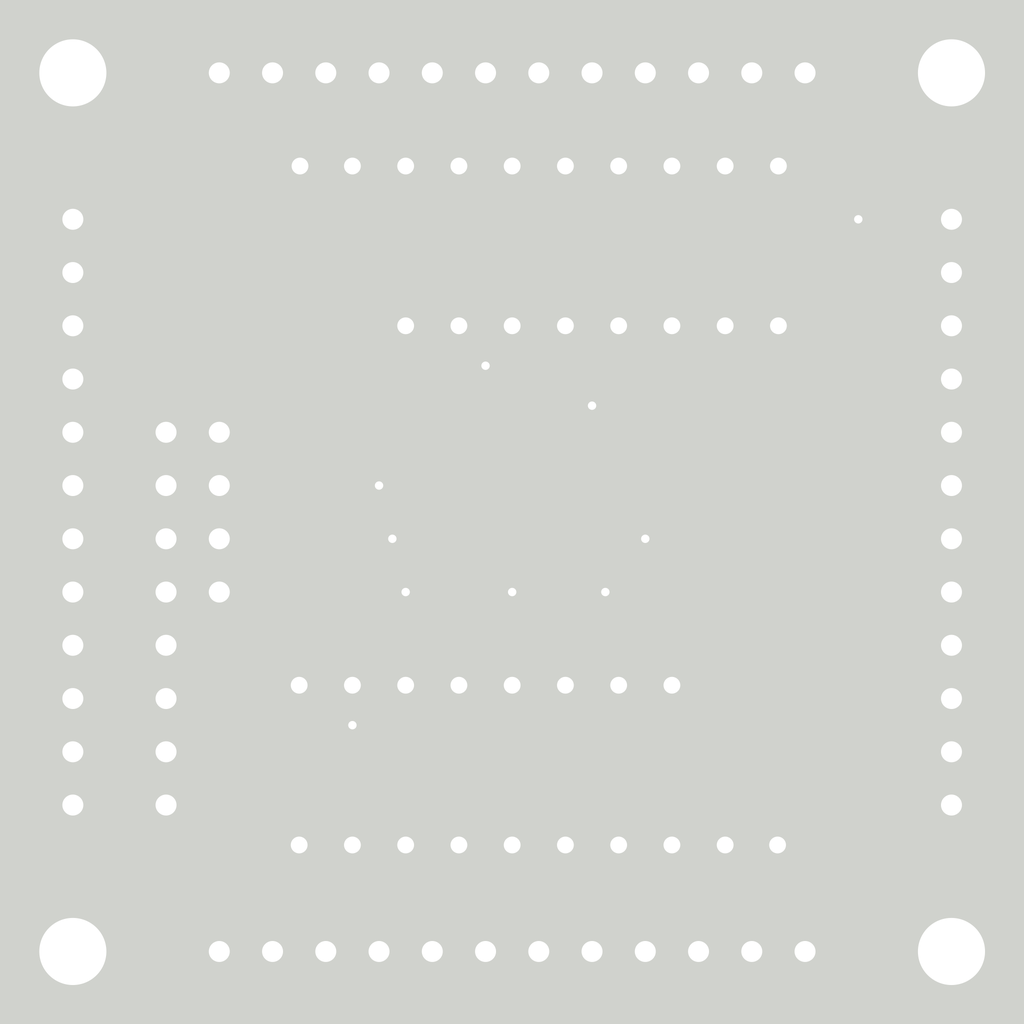
<source format=kicad_pcb>
(kicad_pcb (version 4) (host pcbnew 4.0.7+dfsg1-1~bpo9+1)

  (general
    (links 65)
    (no_connects 0)
    (area 124.46 82.55 173.990001 132.080001)
    (thickness 1.6)
    (drawings 27)
    (tracks 177)
    (zones 0)
    (modules 19)
    (nets 34)
  )

  (page A4)
  (layers
    (0 F.Cu signal)
    (31 B.Cu signal)
    (32 B.Adhes user)
    (33 F.Adhes user)
    (34 B.Paste user)
    (35 F.Paste user)
    (36 B.SilkS user)
    (37 F.SilkS user)
    (38 B.Mask user)
    (39 F.Mask user)
    (40 Dwgs.User user)
    (41 Cmts.User user)
    (42 Eco1.User user)
    (43 Eco2.User user)
    (44 Edge.Cuts user hide)
    (45 Margin user)
    (46 B.CrtYd user)
    (47 F.CrtYd user)
    (48 B.Fab user)
    (49 F.Fab user)
  )

  (setup
    (last_trace_width 0.25)
    (user_trace_width 0.5)
    (trace_clearance 0.2)
    (zone_clearance 0.508)
    (zone_45_only no)
    (trace_min 0.2)
    (segment_width 0.2)
    (edge_width 0.1)
    (via_size 0.6)
    (via_drill 0.4)
    (via_min_size 0.4)
    (via_min_drill 0.3)
    (uvia_size 0.3)
    (uvia_drill 0.1)
    (uvias_allowed no)
    (uvia_min_size 0.2)
    (uvia_min_drill 0.1)
    (pcb_text_width 0.3)
    (pcb_text_size 1.5 1.5)
    (mod_edge_width 0.15)
    (mod_text_size 1 1)
    (mod_text_width 0.15)
    (pad_size 1.5 1.5)
    (pad_drill 0.6)
    (pad_to_mask_clearance 0)
    (aux_axis_origin 0 0)
    (visible_elements FFFFFF7F)
    (pcbplotparams
      (layerselection 0x00030_80000001)
      (usegerberextensions false)
      (excludeedgelayer true)
      (linewidth 0.100000)
      (plotframeref false)
      (viasonmask false)
      (mode 1)
      (useauxorigin false)
      (hpglpennumber 1)
      (hpglpenspeed 20)
      (hpglpendiameter 15)
      (hpglpenoverlay 2)
      (psnegative false)
      (psa4output false)
      (plotreference true)
      (plotvalue true)
      (plotinvisibletext false)
      (padsonsilk false)
      (subtractmaskfromsilk false)
      (outputformat 1)
      (mirror false)
      (drillshape 1)
      (scaleselection 1)
      (outputdirectory ""))
  )

  (net 0 "")
  (net 1 /VIN)
  (net 2 /L0)
  (net 3 /L1)
  (net 4 /L2)
  (net 5 /L3)
  (net 6 /L4)
  (net 7 /L5)
  (net 8 /L6)
  (net 9 /L7)
  (net 10 VCC)
  (net 11 /latch)
  (net 12 /clock)
  (net 13 /data)
  (net 14 /next)
  (net 15 "Net-(U1-Pad9)")
  (net 16 /A0)
  (net 17 /A1)
  (net 18 /A2)
  (net 19 /A3)
  (net 20 /A4)
  (net 21 /A5)
  (net 22 /A6)
  (net 23 /A7)
  (net 24 /B0)
  (net 25 /B1)
  (net 26 /B2)
  (net 27 /B3)
  (net 28 /B4)
  (net 29 /B5)
  (net 30 /B6)
  (net 31 /B7)
  (net 32 GND)
  (net 33 /oe)

  (net_class Default "This is the default net class."
    (clearance 0.2)
    (trace_width 0.25)
    (via_dia 0.6)
    (via_drill 0.4)
    (uvia_dia 0.3)
    (uvia_drill 0.1)
    (add_net /A0)
    (add_net /A1)
    (add_net /A2)
    (add_net /A3)
    (add_net /A4)
    (add_net /A5)
    (add_net /A6)
    (add_net /A7)
    (add_net /B0)
    (add_net /B1)
    (add_net /B2)
    (add_net /B3)
    (add_net /B4)
    (add_net /B5)
    (add_net /B6)
    (add_net /B7)
    (add_net /L0)
    (add_net /L1)
    (add_net /L2)
    (add_net /L3)
    (add_net /L4)
    (add_net /L5)
    (add_net /L6)
    (add_net /L7)
    (add_net /VIN)
    (add_net /clock)
    (add_net /data)
    (add_net /latch)
    (add_net /next)
    (add_net /oe)
    (add_net GND)
    (add_net "Net-(U1-Pad9)")
    (add_net VCC)
  )

  (module Mounting_Holes:MountingHole_3.2mm_M3 (layer F.Cu) (tedit 5AC4CC02) (tstamp 5ACA4CBC)
    (at 128.27 86.36)
    (descr "Mounting Hole 3.2mm, no annular, M3")
    (tags "mounting hole 3.2mm no annular m3")
    (fp_text reference M3 (at 0 2.54) (layer F.Fab)
      (effects (font (size 1 1) (thickness 0.15)))
    )
    (fp_text value "" (at 0 4.2) (layer F.Fab) hide
      (effects (font (size 1 1) (thickness 0.15)))
    )
    (fp_circle (center 0 0) (end 3.2 0) (layer Cmts.User) (width 0.15))
    (fp_circle (center 0 0) (end 3.45 0) (layer F.CrtYd) (width 0.05))
    (pad 1 np_thru_hole circle (at 0 0) (size 3.2 3.2) (drill 3.2) (layers *.Cu *.Mask))
  )

  (module Mounting_Holes:MountingHole_3.2mm_M3 (layer F.Cu) (tedit 5AC4CC05) (tstamp 5ACA4CC9)
    (at 170.18 86.36)
    (descr "Mounting Hole 3.2mm, no annular, M3")
    (tags "mounting hole 3.2mm no annular m3")
    (fp_text reference M3 (at 0 2.54) (layer F.Fab)
      (effects (font (size 1 1) (thickness 0.15)))
    )
    (fp_text value "" (at 0 4.2) (layer F.Fab) hide
      (effects (font (size 1 1) (thickness 0.15)))
    )
    (fp_circle (center 0 0) (end 3.2 0) (layer Cmts.User) (width 0.15))
    (fp_circle (center 0 0) (end 3.45 0) (layer F.CrtYd) (width 0.05))
    (pad 1 np_thru_hole circle (at 0 0) (size 3.2 3.2) (drill 3.2) (layers *.Cu *.Mask))
  )

  (module Mounting_Holes:MountingHole_3.2mm_M3 (layer F.Cu) (tedit 5AC4CC09) (tstamp 5ACA4CD6)
    (at 170.18 128.27)
    (descr "Mounting Hole 3.2mm, no annular, M3")
    (tags "mounting hole 3.2mm no annular m3")
    (fp_text reference "" (at 0 -4.2) (layer F.SilkS) hide
      (effects (font (size 1 1) (thickness 0.15)))
    )
    (fp_text value M3 (at 0 -2.54) (layer F.Fab)
      (effects (font (size 1 1) (thickness 0.15)))
    )
    (fp_circle (center 0 0) (end 3.2 0) (layer Cmts.User) (width 0.15))
    (fp_circle (center 0 0) (end 3.45 0) (layer F.CrtYd) (width 0.05))
    (pad 1 np_thru_hole circle (at 0 0) (size 3.2 3.2) (drill 3.2) (layers *.Cu *.Mask))
  )

  (module Mounting_Holes:MountingHole_3.2mm_M3 (layer F.Cu) (tedit 5AC4CC0E) (tstamp 5ACA4CE3)
    (at 128.27 128.27)
    (descr "Mounting Hole 3.2mm, no annular, M3")
    (tags "mounting hole 3.2mm no annular m3")
    (fp_text reference "" (at 0 -4.2) (layer F.SilkS) hide
      (effects (font (size 1 1) (thickness 0.15)))
    )
    (fp_text value M3 (at 0 -2.54) (layer F.Fab)
      (effects (font (size 1 1) (thickness 0.15)))
    )
    (fp_circle (center 0 0) (end 3.2 0) (layer Cmts.User) (width 0.15))
    (fp_circle (center 0 0) (end 3.45 0) (layer F.CrtYd) (width 0.05))
    (pad 1 np_thru_hole circle (at 0 0) (size 3.2 3.2) (drill 3.2) (layers *.Cu *.Mask))
  )

  (module Pin_Headers:Pin_Header_Straight_1x12_Pitch2.54mm (layer F.Cu) (tedit 5AE72A4D) (tstamp 5AC3D654)
    (at 128.27 93.345)
    (descr "Through hole straight pin header, 1x12, 2.54mm pitch, single row")
    (tags "Through hole pin header THT 1x12 2.54mm single row")
    (path /5AC3D559)
    (fp_text reference I1 (at 0 -2.33) (layer F.Fab)
      (effects (font (size 1 1) (thickness 0.15)))
    )
    (fp_text value Input (at 0 30.27) (layer F.SilkS)
      (effects (font (size 1.5 1.5) (thickness 0.3)))
    )
    (fp_line (start -0.635 -1.27) (end 1.27 -1.27) (layer F.Fab) (width 0.1))
    (fp_line (start 1.27 -1.27) (end 1.27 29.21) (layer F.Fab) (width 0.1))
    (fp_line (start 1.27 29.21) (end -1.27 29.21) (layer F.Fab) (width 0.1))
    (fp_line (start -1.27 29.21) (end -1.27 -0.635) (layer F.Fab) (width 0.1))
    (fp_line (start -1.27 -0.635) (end -0.635 -1.27) (layer F.Fab) (width 0.1))
    (fp_line (start -1.33 29.27) (end 1.33 29.27) (layer F.SilkS) (width 0.12))
    (fp_line (start -1.33 1.27) (end -1.33 29.27) (layer F.SilkS) (width 0.12))
    (fp_line (start 1.33 1.27) (end 1.33 29.27) (layer F.SilkS) (width 0.12))
    (fp_line (start -1.33 1.27) (end 1.33 1.27) (layer F.SilkS) (width 0.12))
    (fp_line (start -1.33 0) (end -1.33 -1.33) (layer F.SilkS) (width 0.12))
    (fp_line (start -1.33 -1.33) (end 0 -1.33) (layer F.SilkS) (width 0.12))
    (fp_line (start -1.8 -1.8) (end -1.8 29.75) (layer F.CrtYd) (width 0.05))
    (fp_line (start -1.8 29.75) (end 1.8 29.75) (layer F.CrtYd) (width 0.05))
    (fp_line (start 1.8 29.75) (end 1.8 -1.8) (layer F.CrtYd) (width 0.05))
    (fp_line (start 1.8 -1.8) (end -1.8 -1.8) (layer F.CrtYd) (width 0.05))
    (fp_text user %R (at 0 13.97 90) (layer F.Fab)
      (effects (font (size 1 1) (thickness 0.15)))
    )
    (pad 1 thru_hole rect (at 0 0) (size 1.7 1.7) (drill 1) (layers *.Cu *.Mask)
      (net 1 /VIN))
    (pad 2 thru_hole oval (at 0 2.54) (size 1.7 1.7) (drill 1) (layers *.Cu *.Mask)
      (net 10 VCC))
    (pad 3 thru_hole oval (at 0 5.08) (size 1.7 1.7) (drill 1) (layers *.Cu *.Mask)
      (net 32 GND))
    (pad 4 thru_hole oval (at 0 7.62) (size 1.7 1.7) (drill 1) (layers *.Cu *.Mask))
    (pad 5 thru_hole oval (at 0 10.16) (size 1.7 1.7) (drill 1) (layers *.Cu *.Mask)
      (net 2 /L0))
    (pad 6 thru_hole oval (at 0 12.7) (size 1.7 1.7) (drill 1) (layers *.Cu *.Mask)
      (net 3 /L1))
    (pad 7 thru_hole oval (at 0 15.24) (size 1.7 1.7) (drill 1) (layers *.Cu *.Mask)
      (net 4 /L2))
    (pad 8 thru_hole oval (at 0 17.78) (size 1.7 1.7) (drill 1) (layers *.Cu *.Mask)
      (net 5 /L3))
    (pad 9 thru_hole oval (at 0 20.32) (size 1.7 1.7) (drill 1) (layers *.Cu *.Mask)
      (net 6 /L4))
    (pad 10 thru_hole oval (at 0 22.86) (size 1.7 1.7) (drill 1) (layers *.Cu *.Mask)
      (net 7 /L5))
    (pad 11 thru_hole oval (at 0 25.4) (size 1.7 1.7) (drill 1) (layers *.Cu *.Mask)
      (net 8 /L6))
    (pad 12 thru_hole oval (at 0 27.94) (size 1.7 1.7) (drill 1) (layers *.Cu *.Mask)
      (net 9 /L7))
    (model ${KISYS3DMOD}/Pin_Headers.3dshapes/Pin_Header_Straight_1x12_Pitch2.54mm.wrl
      (at (xyz 0 0 0))
      (scale (xyz 1 1 1))
      (rotate (xyz 0 0 0))
    )
  )

  (module Housings_DIP:DIP-16_W7.62mm (layer F.Cu) (tedit 5AE72102) (tstamp 5AC736DA)
    (at 156.845 115.57 270)
    (descr "16-lead dip package, row spacing 7.62 mm (300 mils)")
    (tags "DIL DIP PDIP 2.54mm 7.62mm 300mil")
    (path /5AC72DCE)
    (fp_text reference U1 (at 3.81 0.635 270) (layer F.SilkS)
      (effects (font (size 1 1) (thickness 0.15)))
    )
    (fp_text value 74LS595 (at 3.81 8.89 360) (layer F.SilkS)
      (effects (font (size 1 1) (thickness 0.15)))
    )
    (fp_text user %R (at 3.81 17.78 270) (layer F.Fab)
      (effects (font (size 1 1) (thickness 0.15)))
    )
    (fp_line (start 1.635 -1.27) (end 6.985 -1.27) (layer F.Fab) (width 0.1))
    (fp_line (start 6.985 -1.27) (end 6.985 19.05) (layer F.Fab) (width 0.1))
    (fp_line (start 6.985 19.05) (end 0.635 19.05) (layer F.Fab) (width 0.1))
    (fp_line (start 0.635 19.05) (end 0.635 -0.27) (layer F.Fab) (width 0.1))
    (fp_line (start 0.635 -0.27) (end 1.635 -1.27) (layer F.Fab) (width 0.1))
    (fp_line (start 2.81 -1.39) (end 1.04 -1.39) (layer F.SilkS) (width 0.12))
    (fp_line (start 1.04 -1.39) (end 1.04 19.17) (layer F.SilkS) (width 0.12))
    (fp_line (start 1.04 19.17) (end 6.58 19.17) (layer F.SilkS) (width 0.12))
    (fp_line (start 6.58 19.17) (end 6.58 -1.39) (layer F.SilkS) (width 0.12))
    (fp_line (start 6.58 -1.39) (end 4.81 -1.39) (layer F.SilkS) (width 0.12))
    (fp_line (start -1.1 -1.6) (end -1.1 19.3) (layer F.CrtYd) (width 0.05))
    (fp_line (start -1.1 19.3) (end 8.7 19.3) (layer F.CrtYd) (width 0.05))
    (fp_line (start 8.7 19.3) (end 8.7 -1.6) (layer F.CrtYd) (width 0.05))
    (fp_line (start 8.7 -1.6) (end -1.1 -1.6) (layer F.CrtYd) (width 0.05))
    (fp_arc (start 3.81 -1.39) (end 2.81 -1.39) (angle -180) (layer F.SilkS) (width 0.12))
    (pad 1 thru_hole rect (at 0 0 270) (size 1.6 1.6) (drill 0.8) (layers *.Cu *.Mask)
      (net 17 /A1))
    (pad 9 thru_hole oval (at 7.62 17.78 270) (size 1.6 1.6) (drill 0.8) (layers *.Cu *.Mask)
      (net 15 "Net-(U1-Pad9)"))
    (pad 2 thru_hole oval (at 0 2.54 270) (size 1.6 1.6) (drill 0.8) (layers *.Cu *.Mask)
      (net 18 /A2))
    (pad 10 thru_hole oval (at 7.62 15.24 270) (size 1.6 1.6) (drill 0.8) (layers *.Cu *.Mask)
      (net 10 VCC))
    (pad 3 thru_hole oval (at 0 5.08 270) (size 1.6 1.6) (drill 0.8) (layers *.Cu *.Mask)
      (net 19 /A3))
    (pad 11 thru_hole oval (at 7.62 12.7 270) (size 1.6 1.6) (drill 0.8) (layers *.Cu *.Mask)
      (net 12 /clock))
    (pad 4 thru_hole oval (at 0 7.62 270) (size 1.6 1.6) (drill 0.8) (layers *.Cu *.Mask)
      (net 20 /A4))
    (pad 12 thru_hole oval (at 7.62 10.16 270) (size 1.6 1.6) (drill 0.8) (layers *.Cu *.Mask)
      (net 11 /latch))
    (pad 5 thru_hole oval (at 0 10.16 270) (size 1.6 1.6) (drill 0.8) (layers *.Cu *.Mask)
      (net 21 /A5))
    (pad 13 thru_hole oval (at 7.62 7.62 270) (size 1.6 1.6) (drill 0.8) (layers *.Cu *.Mask)
      (net 33 /oe))
    (pad 6 thru_hole oval (at 0 12.7 270) (size 1.6 1.6) (drill 0.8) (layers *.Cu *.Mask)
      (net 22 /A6))
    (pad 14 thru_hole oval (at 7.62 5.08 270) (size 1.6 1.6) (drill 0.8) (layers *.Cu *.Mask)
      (net 13 /data))
    (pad 7 thru_hole oval (at 0 15.24 270) (size 1.6 1.6) (drill 0.8) (layers *.Cu *.Mask)
      (net 23 /A7))
    (pad 15 thru_hole oval (at 7.62 2.54 270) (size 1.6 1.6) (drill 0.8) (layers *.Cu *.Mask)
      (net 16 /A0))
    (pad 8 thru_hole oval (at 0 17.78 270) (size 1.6 1.6) (drill 0.8) (layers *.Cu *.Mask)
      (net 32 GND))
    (pad 16 thru_hole oval (at 7.62 0 270) (size 1.6 1.6) (drill 0.8) (layers *.Cu *.Mask)
      (net 10 VCC))
    (model ${KISYS3DMOD}/Housings_DIP.3dshapes/DIP-16_W7.62mm.wrl
      (at (xyz 0 0 0))
      (scale (xyz 1 1 1))
      (rotate (xyz 0 0 0))
    )
  )

  (module Pin_Headers:Pin_Header_Straight_1x08_Pitch2.54mm (layer F.Cu) (tedit 5AE7305F) (tstamp 5AC739D7)
    (at 132.715 103.505)
    (descr "Through hole straight pin header, 1x08, 2.54mm pitch, single row")
    (tags "Through hole pin header THT 1x08 2.54mm single row")
    (path /5AC75392)
    (fp_text reference H1 (at 0 -3.175 180) (layer B.SilkS)
      (effects (font (size 1 1) (thickness 0.15)) (justify mirror))
    )
    (fp_text value Headers8L (at 2.54 15.24 90) (layer F.Fab) hide
      (effects (font (size 1 1) (thickness 0.15)))
    )
    (fp_line (start -0.635 -1.27) (end 1.27 -1.27) (layer F.Fab) (width 0.1))
    (fp_line (start 1.27 -1.27) (end 1.27 19.05) (layer F.Fab) (width 0.1))
    (fp_line (start 1.27 19.05) (end -1.27 19.05) (layer F.Fab) (width 0.1))
    (fp_line (start -1.27 19.05) (end -1.27 -0.635) (layer F.Fab) (width 0.1))
    (fp_line (start -1.27 -0.635) (end -0.635 -1.27) (layer F.Fab) (width 0.1))
    (fp_line (start -1.33 19.11) (end 1.33 19.11) (layer F.SilkS) (width 0.12))
    (fp_line (start -1.33 1.27) (end -1.33 19.11) (layer F.SilkS) (width 0.12))
    (fp_line (start 1.33 1.27) (end 1.33 19.11) (layer F.SilkS) (width 0.12))
    (fp_line (start -1.33 1.27) (end 1.33 1.27) (layer F.SilkS) (width 0.12))
    (fp_line (start -1.33 0) (end -1.33 -1.33) (layer F.SilkS) (width 0.12))
    (fp_line (start -1.33 -1.33) (end 0 -1.33) (layer F.SilkS) (width 0.12))
    (fp_line (start -1.8 -1.8) (end -1.8 19.55) (layer F.CrtYd) (width 0.05))
    (fp_line (start -1.8 19.55) (end 1.8 19.55) (layer F.CrtYd) (width 0.05))
    (fp_line (start 1.8 19.55) (end 1.8 -1.8) (layer F.CrtYd) (width 0.05))
    (fp_line (start 1.8 -1.8) (end -1.8 -1.8) (layer F.CrtYd) (width 0.05))
    (fp_text user %R (at 0 8.89 90) (layer F.Fab)
      (effects (font (size 1 1) (thickness 0.15)))
    )
    (pad 1 thru_hole rect (at 0 0) (size 1.7 1.7) (drill 1) (layers *.Cu *.Mask)
      (net 2 /L0))
    (pad 2 thru_hole oval (at 0 2.54) (size 1.7 1.7) (drill 1) (layers *.Cu *.Mask)
      (net 3 /L1))
    (pad 3 thru_hole oval (at 0 5.08) (size 1.7 1.7) (drill 1) (layers *.Cu *.Mask)
      (net 4 /L2))
    (pad 4 thru_hole oval (at 0 7.62) (size 1.7 1.7) (drill 1) (layers *.Cu *.Mask)
      (net 5 /L3))
    (pad 5 thru_hole oval (at 0 10.16) (size 1.7 1.7) (drill 1) (layers *.Cu *.Mask)
      (net 6 /L4))
    (pad 6 thru_hole oval (at 0 12.7) (size 1.7 1.7) (drill 1) (layers *.Cu *.Mask)
      (net 7 /L5))
    (pad 7 thru_hole oval (at 0 15.24) (size 1.7 1.7) (drill 1) (layers *.Cu *.Mask)
      (net 8 /L6))
    (pad 8 thru_hole oval (at 0 17.78) (size 1.7 1.7) (drill 1) (layers *.Cu *.Mask)
      (net 9 /L7))
    (model ${KISYS3DMOD}/Pin_Headers.3dshapes/Pin_Header_Straight_1x08_Pitch2.54mm.wrl
      (at (xyz 0 0 0))
      (scale (xyz 1 1 1))
      (rotate (xyz 0 0 0))
    )
  )

  (module Connectors:GS2 (layer B.Cu) (tedit 5AE72A9E) (tstamp 5AC767C7)
    (at 142.875 111.76 180)
    (descr "2-pin solder bridge")
    (tags "solder bridge")
    (path /5AC7691D)
    (attr smd)
    (fp_text reference J2 (at -1.905 0 270) (layer B.SilkS)
      (effects (font (size 1 1) (thickness 0.15)) (justify mirror))
    )
    (fp_text value GS2 (at -1.8 0 450) (layer B.Fab)
      (effects (font (size 1 1) (thickness 0.15)) (justify mirror))
    )
    (fp_line (start 1.1 1.45) (end 1.1 -1.5) (layer B.CrtYd) (width 0.05))
    (fp_line (start 1.1 -1.5) (end -1.1 -1.5) (layer B.CrtYd) (width 0.05))
    (fp_line (start -1.1 -1.5) (end -1.1 1.45) (layer B.CrtYd) (width 0.05))
    (fp_line (start -1.1 1.45) (end 1.1 1.45) (layer B.CrtYd) (width 0.05))
    (fp_line (start -0.89 1.27) (end -0.89 -1.27) (layer B.SilkS) (width 0.12))
    (fp_line (start 0.89 -1.27) (end 0.89 1.27) (layer B.SilkS) (width 0.12))
    (fp_line (start 0.89 -1.27) (end -0.89 -1.27) (layer B.SilkS) (width 0.12))
    (fp_line (start -0.89 1.27) (end 0.89 1.27) (layer B.SilkS) (width 0.12))
    (pad 1 smd rect (at 0 0.64 180) (size 1.27 0.97) (layers B.Cu B.Paste B.Mask)
      (net 33 /oe))
    (pad 2 smd rect (at 0 -0.64 180) (size 1.27 0.97) (layers B.Cu B.Paste B.Mask)
      (net 32 GND))
  )

  (module Pin_Headers:Pin_Header_Straight_1x04_Pitch2.54mm (layer F.Cu) (tedit 5AE73066) (tstamp 5AC7685A)
    (at 135.255 103.505)
    (descr "Through hole straight pin header, 1x04, 2.54mm pitch, single row")
    (tags "Through hole pin header THT 1x04 2.54mm single row")
    (path /5AC767D3)
    (fp_text reference J1 (at 0 -3.175) (layer B.SilkS)
      (effects (font (size 1 1) (thickness 0.15)) (justify mirror))
    )
    (fp_text value Select (at 0 -3.81 90) (layer B.SilkS) hide
      (effects (font (size 1 1) (thickness 0.15)) (justify mirror))
    )
    (fp_line (start -0.635 -1.27) (end 1.27 -1.27) (layer F.Fab) (width 0.1))
    (fp_line (start 1.27 -1.27) (end 1.27 8.89) (layer F.Fab) (width 0.1))
    (fp_line (start 1.27 8.89) (end -1.27 8.89) (layer F.Fab) (width 0.1))
    (fp_line (start -1.27 8.89) (end -1.27 -0.635) (layer F.Fab) (width 0.1))
    (fp_line (start -1.27 -0.635) (end -0.635 -1.27) (layer F.Fab) (width 0.1))
    (fp_line (start -1.33 8.95) (end 1.33 8.95) (layer F.SilkS) (width 0.12))
    (fp_line (start -1.33 1.27) (end -1.33 8.95) (layer F.SilkS) (width 0.12))
    (fp_line (start 1.33 1.27) (end 1.33 8.95) (layer F.SilkS) (width 0.12))
    (fp_line (start -1.33 1.27) (end 1.33 1.27) (layer F.SilkS) (width 0.12))
    (fp_line (start -1.33 0) (end -1.33 -1.33) (layer F.SilkS) (width 0.12))
    (fp_line (start -1.33 -1.33) (end 0 -1.33) (layer F.SilkS) (width 0.12))
    (fp_line (start -1.8 -1.8) (end -1.8 9.4) (layer F.CrtYd) (width 0.05))
    (fp_line (start -1.8 9.4) (end 1.8 9.4) (layer F.CrtYd) (width 0.05))
    (fp_line (start 1.8 9.4) (end 1.8 -1.8) (layer F.CrtYd) (width 0.05))
    (fp_line (start 1.8 -1.8) (end -1.8 -1.8) (layer F.CrtYd) (width 0.05))
    (fp_text user %R (at 0 3.81 90) (layer F.Fab)
      (effects (font (size 1 1) (thickness 0.15)))
    )
    (pad 1 thru_hole rect (at 0 0) (size 1.7 1.7) (drill 1) (layers *.Cu *.Mask)
      (net 13 /data))
    (pad 2 thru_hole oval (at 0 2.54) (size 1.7 1.7) (drill 1) (layers *.Cu *.Mask)
      (net 11 /latch))
    (pad 3 thru_hole oval (at 0 5.08) (size 1.7 1.7) (drill 1) (layers *.Cu *.Mask)
      (net 12 /clock))
    (pad 4 thru_hole oval (at 0 7.62) (size 1.7 1.7) (drill 1) (layers *.Cu *.Mask)
      (net 33 /oe))
    (model ${KISYS3DMOD}/Pin_Headers.3dshapes/Pin_Header_Straight_1x04_Pitch2.54mm.wrl
      (at (xyz 0 0 0))
      (scale (xyz 1 1 1))
      (rotate (xyz 0 0 0))
    )
  )

  (module Capacitors_THT:C_Disc_D3.0mm_W2.0mm_P2.50mm (layer F.Cu) (tedit 5AE71B4A) (tstamp 5AE71B58)
    (at 159.385 123.19)
    (descr "C, Disc series, Radial, pin pitch=2.50mm, , diameter*width=3*2mm^2, Capacitor")
    (tags "C Disc series Radial pin pitch 2.50mm  diameter 3mm width 2mm Capacitor")
    (path /5AE71B02)
    (fp_text reference C1 (at 1.25 -2.31) (layer F.SilkS) hide
      (effects (font (size 1 1) (thickness 0.15)))
    )
    (fp_text value C (at 1.25 2.31) (layer F.Fab) hide
      (effects (font (size 1 1) (thickness 0.15)))
    )
    (fp_line (start -0.25 -1) (end -0.25 1) (layer F.Fab) (width 0.1))
    (fp_line (start -0.25 1) (end 2.75 1) (layer F.Fab) (width 0.1))
    (fp_line (start 2.75 1) (end 2.75 -1) (layer F.Fab) (width 0.1))
    (fp_line (start 2.75 -1) (end -0.25 -1) (layer F.Fab) (width 0.1))
    (fp_line (start -0.31 -1.06) (end 2.81 -1.06) (layer F.SilkS) (width 0.12))
    (fp_line (start -0.31 1.06) (end 2.81 1.06) (layer F.SilkS) (width 0.12))
    (fp_line (start -0.31 -1.06) (end -0.31 -0.996) (layer F.SilkS) (width 0.12))
    (fp_line (start -0.31 0.996) (end -0.31 1.06) (layer F.SilkS) (width 0.12))
    (fp_line (start 2.81 -1.06) (end 2.81 -0.996) (layer F.SilkS) (width 0.12))
    (fp_line (start 2.81 0.996) (end 2.81 1.06) (layer F.SilkS) (width 0.12))
    (fp_line (start -1.05 -1.35) (end -1.05 1.35) (layer F.CrtYd) (width 0.05))
    (fp_line (start -1.05 1.35) (end 3.55 1.35) (layer F.CrtYd) (width 0.05))
    (fp_line (start 3.55 1.35) (end 3.55 -1.35) (layer F.CrtYd) (width 0.05))
    (fp_line (start 3.55 -1.35) (end -1.05 -1.35) (layer F.CrtYd) (width 0.05))
    (fp_text user %R (at 1.25 0) (layer F.Fab)
      (effects (font (size 1 1) (thickness 0.15)))
    )
    (pad 1 thru_hole circle (at 0 0) (size 1.6 1.6) (drill 0.8) (layers *.Cu *.Mask)
      (net 10 VCC))
    (pad 2 thru_hole circle (at 2.5 0) (size 1.6 1.6) (drill 0.8) (layers *.Cu *.Mask)
      (net 32 GND))
    (model ${KISYS3DMOD}/Capacitors_THT.3dshapes/C_Disc_D3.0mm_W2.0mm_P2.50mm.wrl
      (at (xyz 0 0 0))
      (scale (xyz 1 1 1))
      (rotate (xyz 0 0 0))
    )
  )

  (module Capacitors_THT:C_Disc_D3.0mm_W2.0mm_P2.50mm (layer F.Cu) (tedit 5AE7214E) (tstamp 5AE72171)
    (at 141.605 90.805 180)
    (descr "C, Disc series, Radial, pin pitch=2.50mm, , diameter*width=3*2mm^2, Capacitor")
    (tags "C Disc series Radial pin pitch 2.50mm  diameter 3mm width 2mm Capacitor")
    (path /5AE727A4)
    (fp_text reference C2 (at 1.25 -2.31 180) (layer F.SilkS) hide
      (effects (font (size 1 1) (thickness 0.15)))
    )
    (fp_text value C (at 1.25 2.31 180) (layer F.Fab) hide
      (effects (font (size 1 1) (thickness 0.15)))
    )
    (fp_line (start -0.25 -1) (end -0.25 1) (layer F.Fab) (width 0.1))
    (fp_line (start -0.25 1) (end 2.75 1) (layer F.Fab) (width 0.1))
    (fp_line (start 2.75 1) (end 2.75 -1) (layer F.Fab) (width 0.1))
    (fp_line (start 2.75 -1) (end -0.25 -1) (layer F.Fab) (width 0.1))
    (fp_line (start -0.31 -1.06) (end 2.81 -1.06) (layer F.SilkS) (width 0.12))
    (fp_line (start -0.31 1.06) (end 2.81 1.06) (layer F.SilkS) (width 0.12))
    (fp_line (start -0.31 -1.06) (end -0.31 -0.996) (layer F.SilkS) (width 0.12))
    (fp_line (start -0.31 0.996) (end -0.31 1.06) (layer F.SilkS) (width 0.12))
    (fp_line (start 2.81 -1.06) (end 2.81 -0.996) (layer F.SilkS) (width 0.12))
    (fp_line (start 2.81 0.996) (end 2.81 1.06) (layer F.SilkS) (width 0.12))
    (fp_line (start -1.05 -1.35) (end -1.05 1.35) (layer F.CrtYd) (width 0.05))
    (fp_line (start -1.05 1.35) (end 3.55 1.35) (layer F.CrtYd) (width 0.05))
    (fp_line (start 3.55 1.35) (end 3.55 -1.35) (layer F.CrtYd) (width 0.05))
    (fp_line (start 3.55 -1.35) (end -1.05 -1.35) (layer F.CrtYd) (width 0.05))
    (fp_text user %R (at 1.25 0 180) (layer F.Fab)
      (effects (font (size 1 1) (thickness 0.15)))
    )
    (pad 1 thru_hole circle (at 0 0 180) (size 1.6 1.6) (drill 0.8) (layers *.Cu *.Mask)
      (net 10 VCC))
    (pad 2 thru_hole circle (at 2.5 0 180) (size 1.6 1.6) (drill 0.8) (layers *.Cu *.Mask)
      (net 32 GND))
    (model ${KISYS3DMOD}/Capacitors_THT.3dshapes/C_Disc_D3.0mm_W2.0mm_P2.50mm.wrl
      (at (xyz 0 0 0))
      (scale (xyz 1 1 1))
      (rotate (xyz 0 0 0))
    )
  )

  (module Connectors:GS2 (layer B.Cu) (tedit 5AE72A74) (tstamp 5AE7217F)
    (at 137.795 104.14 180)
    (descr "2-pin solder bridge")
    (tags "solder bridge")
    (path /5AE71F6D)
    (attr smd)
    (fp_text reference J3 (at -1.905 0 450) (layer B.SilkS)
      (effects (font (size 1 1) (thickness 0.15)) (justify mirror))
    )
    (fp_text value GS2 (at -1.8 0 450) (layer B.Fab)
      (effects (font (size 1 1) (thickness 0.15)) (justify mirror))
    )
    (fp_line (start 1.1 1.45) (end 1.1 -1.5) (layer B.CrtYd) (width 0.05))
    (fp_line (start 1.1 -1.5) (end -1.1 -1.5) (layer B.CrtYd) (width 0.05))
    (fp_line (start -1.1 -1.5) (end -1.1 1.45) (layer B.CrtYd) (width 0.05))
    (fp_line (start -1.1 1.45) (end 1.1 1.45) (layer B.CrtYd) (width 0.05))
    (fp_line (start -0.89 1.27) (end -0.89 -1.27) (layer B.SilkS) (width 0.12))
    (fp_line (start 0.89 -1.27) (end 0.89 1.27) (layer B.SilkS) (width 0.12))
    (fp_line (start 0.89 -1.27) (end -0.89 -1.27) (layer B.SilkS) (width 0.12))
    (fp_line (start -0.89 1.27) (end 0.89 1.27) (layer B.SilkS) (width 0.12))
    (pad 1 smd rect (at 0 0.64 180) (size 1.27 0.97) (layers B.Cu B.Paste B.Mask)
      (net 13 /data))
    (pad 2 smd rect (at 0 -0.64 180) (size 1.27 0.97) (layers B.Cu B.Paste B.Mask)
      (net 2 /L0))
  )

  (module Connectors:GS2 (layer B.Cu) (tedit 5AE72AAC) (tstamp 5AE7218D)
    (at 139.7 106.68 180)
    (descr "2-pin solder bridge")
    (tags "solder bridge")
    (path /5AE71FD1)
    (attr smd)
    (fp_text reference J4 (at 1.905 0 450) (layer B.SilkS)
      (effects (font (size 1 1) (thickness 0.15)) (justify mirror))
    )
    (fp_text value GS2 (at -1.8 0 450) (layer B.Fab)
      (effects (font (size 1 1) (thickness 0.15)) (justify mirror))
    )
    (fp_line (start 1.1 1.45) (end 1.1 -1.5) (layer B.CrtYd) (width 0.05))
    (fp_line (start 1.1 -1.5) (end -1.1 -1.5) (layer B.CrtYd) (width 0.05))
    (fp_line (start -1.1 -1.5) (end -1.1 1.45) (layer B.CrtYd) (width 0.05))
    (fp_line (start -1.1 1.45) (end 1.1 1.45) (layer B.CrtYd) (width 0.05))
    (fp_line (start -0.89 1.27) (end -0.89 -1.27) (layer B.SilkS) (width 0.12))
    (fp_line (start 0.89 -1.27) (end 0.89 1.27) (layer B.SilkS) (width 0.12))
    (fp_line (start 0.89 -1.27) (end -0.89 -1.27) (layer B.SilkS) (width 0.12))
    (fp_line (start -0.89 1.27) (end 0.89 1.27) (layer B.SilkS) (width 0.12))
    (pad 1 smd rect (at 0 0.64 180) (size 1.27 0.97) (layers B.Cu B.Paste B.Mask)
      (net 11 /latch))
    (pad 2 smd rect (at 0 -0.64 180) (size 1.27 0.97) (layers B.Cu B.Paste B.Mask)
      (net 3 /L1))
  )

  (module Connectors:GS2 (layer B.Cu) (tedit 5AE72A7E) (tstamp 5AE7219B)
    (at 137.795 109.22 180)
    (descr "2-pin solder bridge")
    (tags "solder bridge")
    (path /5AE72002)
    (attr smd)
    (fp_text reference J5 (at -1.905 0 450) (layer B.SilkS)
      (effects (font (size 1 1) (thickness 0.15)) (justify mirror))
    )
    (fp_text value GS2 (at -1.8 0 450) (layer B.Fab)
      (effects (font (size 1 1) (thickness 0.15)) (justify mirror))
    )
    (fp_line (start 1.1 1.45) (end 1.1 -1.5) (layer B.CrtYd) (width 0.05))
    (fp_line (start 1.1 -1.5) (end -1.1 -1.5) (layer B.CrtYd) (width 0.05))
    (fp_line (start -1.1 -1.5) (end -1.1 1.45) (layer B.CrtYd) (width 0.05))
    (fp_line (start -1.1 1.45) (end 1.1 1.45) (layer B.CrtYd) (width 0.05))
    (fp_line (start -0.89 1.27) (end -0.89 -1.27) (layer B.SilkS) (width 0.12))
    (fp_line (start 0.89 -1.27) (end 0.89 1.27) (layer B.SilkS) (width 0.12))
    (fp_line (start 0.89 -1.27) (end -0.89 -1.27) (layer B.SilkS) (width 0.12))
    (fp_line (start -0.89 1.27) (end 0.89 1.27) (layer B.SilkS) (width 0.12))
    (pad 1 smd rect (at 0 0.64 180) (size 1.27 0.97) (layers B.Cu B.Paste B.Mask)
      (net 12 /clock))
    (pad 2 smd rect (at 0 -0.64 180) (size 1.27 0.97) (layers B.Cu B.Paste B.Mask)
      (net 4 /L2))
  )

  (module Connectors:GS2 (layer B.Cu) (tedit 5AE72A92) (tstamp 5AE721A9)
    (at 139.7 111.76 180)
    (descr "2-pin solder bridge")
    (tags "solder bridge")
    (path /5AE72036)
    (attr smd)
    (fp_text reference J6 (at 1.905 0 450) (layer B.SilkS)
      (effects (font (size 1 1) (thickness 0.15)) (justify mirror))
    )
    (fp_text value GS2 (at -1.8 0 450) (layer B.Fab)
      (effects (font (size 1 1) (thickness 0.15)) (justify mirror))
    )
    (fp_line (start 1.1 1.45) (end 1.1 -1.5) (layer B.CrtYd) (width 0.05))
    (fp_line (start 1.1 -1.5) (end -1.1 -1.5) (layer B.CrtYd) (width 0.05))
    (fp_line (start -1.1 -1.5) (end -1.1 1.45) (layer B.CrtYd) (width 0.05))
    (fp_line (start -1.1 1.45) (end 1.1 1.45) (layer B.CrtYd) (width 0.05))
    (fp_line (start -0.89 1.27) (end -0.89 -1.27) (layer B.SilkS) (width 0.12))
    (fp_line (start 0.89 -1.27) (end 0.89 1.27) (layer B.SilkS) (width 0.12))
    (fp_line (start 0.89 -1.27) (end -0.89 -1.27) (layer B.SilkS) (width 0.12))
    (fp_line (start -0.89 1.27) (end 0.89 1.27) (layer B.SilkS) (width 0.12))
    (pad 1 smd rect (at 0 0.64 180) (size 1.27 0.97) (layers B.Cu B.Paste B.Mask)
      (net 33 /oe))
    (pad 2 smd rect (at 0 -0.64 180) (size 1.27 0.97) (layers B.Cu B.Paste B.Mask)
      (net 5 /L3))
  )

  (module Socket_Strips:Socket_Strip_Straight_1x12_Pitch2.54mm (layer F.Cu) (tedit 5AE72753) (tstamp 5AE721C8)
    (at 170.18 93.345)
    (descr "Through hole straight socket strip, 1x12, 2.54mm pitch, single row")
    (tags "Through hole socket strip THT 1x12 2.54mm single row")
    (path /5AC3D61D)
    (fp_text reference O1 (at 0 -2.33) (layer F.Fab)
      (effects (font (size 1 1) (thickness 0.15)))
    )
    (fp_text value Output (at 0 30.27) (layer F.Fab)
      (effects (font (size 1 1) (thickness 0.15)))
    )
    (fp_line (start -1.27 -1.27) (end -1.27 29.21) (layer F.Fab) (width 0.1))
    (fp_line (start -1.27 29.21) (end 1.27 29.21) (layer F.Fab) (width 0.1))
    (fp_line (start 1.27 29.21) (end 1.27 -1.27) (layer F.Fab) (width 0.1))
    (fp_line (start 1.27 -1.27) (end -1.27 -1.27) (layer F.Fab) (width 0.1))
    (fp_line (start -1.33 1.27) (end -1.33 29.27) (layer F.SilkS) (width 0.12))
    (fp_line (start -1.33 29.27) (end 1.33 29.27) (layer F.SilkS) (width 0.12))
    (fp_line (start 1.33 29.27) (end 1.33 1.27) (layer F.SilkS) (width 0.12))
    (fp_line (start 1.33 1.27) (end -1.33 1.27) (layer F.SilkS) (width 0.12))
    (fp_line (start -1.33 0) (end -1.33 -1.33) (layer F.SilkS) (width 0.12))
    (fp_line (start -1.33 -1.33) (end 0 -1.33) (layer F.SilkS) (width 0.12))
    (fp_line (start -1.8 -1.8) (end -1.8 29.75) (layer F.CrtYd) (width 0.05))
    (fp_line (start -1.8 29.75) (end 1.8 29.75) (layer F.CrtYd) (width 0.05))
    (fp_line (start 1.8 29.75) (end 1.8 -1.8) (layer F.CrtYd) (width 0.05))
    (fp_line (start 1.8 -1.8) (end -1.8 -1.8) (layer F.CrtYd) (width 0.05))
    (fp_text user %R (at 0 -2.33) (layer F.Fab) hide
      (effects (font (size 1 1) (thickness 0.15)))
    )
    (pad 1 thru_hole rect (at 0 0) (size 1.7 1.7) (drill 1) (layers *.Cu *.Mask)
      (net 1 /VIN))
    (pad 2 thru_hole oval (at 0 2.54) (size 1.7 1.7) (drill 1) (layers *.Cu *.Mask)
      (net 10 VCC))
    (pad 3 thru_hole oval (at 0 5.08) (size 1.7 1.7) (drill 1) (layers *.Cu *.Mask)
      (net 32 GND))
    (pad 4 thru_hole oval (at 0 7.62) (size 1.7 1.7) (drill 1) (layers *.Cu *.Mask))
    (pad 5 thru_hole oval (at 0 10.16) (size 1.7 1.7) (drill 1) (layers *.Cu *.Mask)
      (net 14 /next))
    (pad 6 thru_hole oval (at 0 12.7) (size 1.7 1.7) (drill 1) (layers *.Cu *.Mask)
      (net 11 /latch))
    (pad 7 thru_hole oval (at 0 15.24) (size 1.7 1.7) (drill 1) (layers *.Cu *.Mask)
      (net 12 /clock))
    (pad 8 thru_hole oval (at 0 17.78) (size 1.7 1.7) (drill 1) (layers *.Cu *.Mask)
      (net 33 /oe))
    (pad 9 thru_hole oval (at 0 20.32) (size 1.7 1.7) (drill 1) (layers *.Cu *.Mask))
    (pad 10 thru_hole oval (at 0 22.86) (size 1.7 1.7) (drill 1) (layers *.Cu *.Mask))
    (pad 11 thru_hole oval (at 0 25.4) (size 1.7 1.7) (drill 1) (layers *.Cu *.Mask))
    (pad 12 thru_hole oval (at 0 27.94) (size 1.7 1.7) (drill 1) (layers *.Cu *.Mask))
    (model ${KISYS3DMOD}/Socket_Strips.3dshapes/Socket_Strip_Straight_1x12_Pitch2.54mm.wrl
      (at (xyz 0 -0.55 0))
      (scale (xyz 1 1 1))
      (rotate (xyz 0 0 270))
    )
  )

  (module Socket_Strips:Socket_Strip_Straight_1x12_Pitch2.54mm (layer F.Cu) (tedit 5AE726BA) (tstamp 5AE721E7)
    (at 163.195 128.27 270)
    (descr "Through hole straight socket strip, 1x12, 2.54mm pitch, single row")
    (tags "Through hole socket strip THT 1x12 2.54mm single row")
    (path /5AC734F4)
    (fp_text reference O2 (at -2.54 0 360) (layer F.Fab)
      (effects (font (size 1 1) (thickness 0.15)))
    )
    (fp_text value Output (at 0 30.27 270) (layer F.Fab)
      (effects (font (size 1 1) (thickness 0.15)))
    )
    (fp_line (start -1.27 -1.27) (end -1.27 29.21) (layer F.Fab) (width 0.1))
    (fp_line (start -1.27 29.21) (end 1.27 29.21) (layer F.Fab) (width 0.1))
    (fp_line (start 1.27 29.21) (end 1.27 -1.27) (layer F.Fab) (width 0.1))
    (fp_line (start 1.27 -1.27) (end -1.27 -1.27) (layer F.Fab) (width 0.1))
    (fp_line (start -1.33 1.27) (end -1.33 29.27) (layer F.SilkS) (width 0.12))
    (fp_line (start -1.33 29.27) (end 1.33 29.27) (layer F.SilkS) (width 0.12))
    (fp_line (start 1.33 29.27) (end 1.33 1.27) (layer F.SilkS) (width 0.12))
    (fp_line (start 1.33 1.27) (end -1.33 1.27) (layer F.SilkS) (width 0.12))
    (fp_line (start -1.33 0) (end -1.33 -1.33) (layer F.SilkS) (width 0.12))
    (fp_line (start -1.33 -1.33) (end 0 -1.33) (layer F.SilkS) (width 0.12))
    (fp_line (start -1.8 -1.8) (end -1.8 29.75) (layer F.CrtYd) (width 0.05))
    (fp_line (start -1.8 29.75) (end 1.8 29.75) (layer F.CrtYd) (width 0.05))
    (fp_line (start 1.8 29.75) (end 1.8 -1.8) (layer F.CrtYd) (width 0.05))
    (fp_line (start 1.8 -1.8) (end -1.8 -1.8) (layer F.CrtYd) (width 0.05))
    (fp_text user %R (at 0 -2.33 270) (layer F.Fab) hide
      (effects (font (size 1 1) (thickness 0.15)))
    )
    (pad 1 thru_hole rect (at 0 0 270) (size 1.7 1.7) (drill 1) (layers *.Cu *.Mask)
      (net 1 /VIN))
    (pad 2 thru_hole oval (at 0 2.54 270) (size 1.7 1.7) (drill 1) (layers *.Cu *.Mask)
      (net 10 VCC))
    (pad 3 thru_hole oval (at 0 5.08 270) (size 1.7 1.7) (drill 1) (layers *.Cu *.Mask)
      (net 32 GND))
    (pad 4 thru_hole oval (at 0 7.62 270) (size 1.7 1.7) (drill 1) (layers *.Cu *.Mask))
    (pad 5 thru_hole oval (at 0 10.16 270) (size 1.7 1.7) (drill 1) (layers *.Cu *.Mask)
      (net 16 /A0))
    (pad 6 thru_hole oval (at 0 12.7 270) (size 1.7 1.7) (drill 1) (layers *.Cu *.Mask)
      (net 17 /A1))
    (pad 7 thru_hole oval (at 0 15.24 270) (size 1.7 1.7) (drill 1) (layers *.Cu *.Mask)
      (net 18 /A2))
    (pad 8 thru_hole oval (at 0 17.78 270) (size 1.7 1.7) (drill 1) (layers *.Cu *.Mask)
      (net 19 /A3))
    (pad 9 thru_hole oval (at 0 20.32 270) (size 1.7 1.7) (drill 1) (layers *.Cu *.Mask)
      (net 20 /A4))
    (pad 10 thru_hole oval (at 0 22.86 270) (size 1.7 1.7) (drill 1) (layers *.Cu *.Mask)
      (net 21 /A5))
    (pad 11 thru_hole oval (at 0 25.4 270) (size 1.7 1.7) (drill 1) (layers *.Cu *.Mask)
      (net 22 /A6))
    (pad 12 thru_hole oval (at 0 27.94 270) (size 1.7 1.7) (drill 1) (layers *.Cu *.Mask)
      (net 23 /A7))
    (model ${KISYS3DMOD}/Socket_Strips.3dshapes/Socket_Strip_Straight_1x12_Pitch2.54mm.wrl
      (at (xyz 0 -0.55 0))
      (scale (xyz 1 1 1))
      (rotate (xyz 0 0 270))
    )
  )

  (module Socket_Strips:Socket_Strip_Straight_1x12_Pitch2.54mm (layer F.Cu) (tedit 5AE726CC) (tstamp 5AE72206)
    (at 135.255 86.36 90)
    (descr "Through hole straight socket strip, 1x12, 2.54mm pitch, single row")
    (tags "Through hole socket strip THT 1x12 2.54mm single row")
    (path /5AE72B8D)
    (fp_text reference O3 (at 0 -2.33 90) (layer F.Fab)
      (effects (font (size 1 1) (thickness 0.15)))
    )
    (fp_text value Output (at 0 30.27 90) (layer F.Fab)
      (effects (font (size 1 1) (thickness 0.15)))
    )
    (fp_line (start -1.27 -1.27) (end -1.27 29.21) (layer F.Fab) (width 0.1))
    (fp_line (start -1.27 29.21) (end 1.27 29.21) (layer F.Fab) (width 0.1))
    (fp_line (start 1.27 29.21) (end 1.27 -1.27) (layer F.Fab) (width 0.1))
    (fp_line (start 1.27 -1.27) (end -1.27 -1.27) (layer F.Fab) (width 0.1))
    (fp_line (start -1.33 1.27) (end -1.33 29.27) (layer F.SilkS) (width 0.12))
    (fp_line (start -1.33 29.27) (end 1.33 29.27) (layer F.SilkS) (width 0.12))
    (fp_line (start 1.33 29.27) (end 1.33 1.27) (layer F.SilkS) (width 0.12))
    (fp_line (start 1.33 1.27) (end -1.33 1.27) (layer F.SilkS) (width 0.12))
    (fp_line (start -1.33 0) (end -1.33 -1.33) (layer F.SilkS) (width 0.12))
    (fp_line (start -1.33 -1.33) (end 0 -1.33) (layer F.SilkS) (width 0.12))
    (fp_line (start -1.8 -1.8) (end -1.8 29.75) (layer F.CrtYd) (width 0.05))
    (fp_line (start -1.8 29.75) (end 1.8 29.75) (layer F.CrtYd) (width 0.05))
    (fp_line (start 1.8 29.75) (end 1.8 -1.8) (layer F.CrtYd) (width 0.05))
    (fp_line (start 1.8 -1.8) (end -1.8 -1.8) (layer F.CrtYd) (width 0.05))
    (fp_text user %R (at 0 -2.33 90) (layer F.Fab) hide
      (effects (font (size 1 1) (thickness 0.15)))
    )
    (pad 1 thru_hole rect (at 0 0 90) (size 1.7 1.7) (drill 1) (layers *.Cu *.Mask)
      (net 1 /VIN))
    (pad 2 thru_hole oval (at 0 2.54 90) (size 1.7 1.7) (drill 1) (layers *.Cu *.Mask)
      (net 10 VCC))
    (pad 3 thru_hole oval (at 0 5.08 90) (size 1.7 1.7) (drill 1) (layers *.Cu *.Mask)
      (net 32 GND))
    (pad 4 thru_hole oval (at 0 7.62 90) (size 1.7 1.7) (drill 1) (layers *.Cu *.Mask))
    (pad 5 thru_hole oval (at 0 10.16 90) (size 1.7 1.7) (drill 1) (layers *.Cu *.Mask)
      (net 24 /B0))
    (pad 6 thru_hole oval (at 0 12.7 90) (size 1.7 1.7) (drill 1) (layers *.Cu *.Mask)
      (net 25 /B1))
    (pad 7 thru_hole oval (at 0 15.24 90) (size 1.7 1.7) (drill 1) (layers *.Cu *.Mask)
      (net 26 /B2))
    (pad 8 thru_hole oval (at 0 17.78 90) (size 1.7 1.7) (drill 1) (layers *.Cu *.Mask)
      (net 27 /B3))
    (pad 9 thru_hole oval (at 0 20.32 90) (size 1.7 1.7) (drill 1) (layers *.Cu *.Mask)
      (net 28 /B4))
    (pad 10 thru_hole oval (at 0 22.86 90) (size 1.7 1.7) (drill 1) (layers *.Cu *.Mask)
      (net 29 /B5))
    (pad 11 thru_hole oval (at 0 25.4 90) (size 1.7 1.7) (drill 1) (layers *.Cu *.Mask)
      (net 30 /B6))
    (pad 12 thru_hole oval (at 0 27.94 90) (size 1.7 1.7) (drill 1) (layers *.Cu *.Mask)
      (net 31 /B7))
    (model ${KISYS3DMOD}/Socket_Strips.3dshapes/Socket_Strip_Straight_1x12_Pitch2.54mm.wrl
      (at (xyz 0 -0.55 0))
      (scale (xyz 1 1 1))
      (rotate (xyz 0 0 270))
    )
  )

  (module Housings_DIP:DIP-16_W7.62mm (layer F.Cu) (tedit 5AE726F1) (tstamp 5AE7222A)
    (at 144.145 98.425 90)
    (descr "16-lead dip package, row spacing 7.62 mm (300 mils)")
    (tags "DIL DIP PDIP 2.54mm 7.62mm 300mil")
    (path /5AE728EE)
    (fp_text reference U2 (at 3.81 0.635 90) (layer F.SilkS)
      (effects (font (size 1 1) (thickness 0.15)))
    )
    (fp_text value 74LS595 (at 3.81 8.89 180) (layer F.SilkS)
      (effects (font (size 1 1) (thickness 0.15)))
    )
    (fp_text user %R (at 3.81 17.78 90) (layer F.Fab)
      (effects (font (size 1 1) (thickness 0.15)))
    )
    (fp_line (start 1.635 -1.27) (end 6.985 -1.27) (layer F.Fab) (width 0.1))
    (fp_line (start 6.985 -1.27) (end 6.985 19.05) (layer F.Fab) (width 0.1))
    (fp_line (start 6.985 19.05) (end 0.635 19.05) (layer F.Fab) (width 0.1))
    (fp_line (start 0.635 19.05) (end 0.635 -0.27) (layer F.Fab) (width 0.1))
    (fp_line (start 0.635 -0.27) (end 1.635 -1.27) (layer F.Fab) (width 0.1))
    (fp_line (start 2.81 -1.39) (end 1.04 -1.39) (layer F.SilkS) (width 0.12))
    (fp_line (start 1.04 -1.39) (end 1.04 19.17) (layer F.SilkS) (width 0.12))
    (fp_line (start 1.04 19.17) (end 6.58 19.17) (layer F.SilkS) (width 0.12))
    (fp_line (start 6.58 19.17) (end 6.58 -1.39) (layer F.SilkS) (width 0.12))
    (fp_line (start 6.58 -1.39) (end 4.81 -1.39) (layer F.SilkS) (width 0.12))
    (fp_line (start -1.1 -1.6) (end -1.1 19.3) (layer F.CrtYd) (width 0.05))
    (fp_line (start -1.1 19.3) (end 8.7 19.3) (layer F.CrtYd) (width 0.05))
    (fp_line (start 8.7 19.3) (end 8.7 -1.6) (layer F.CrtYd) (width 0.05))
    (fp_line (start 8.7 -1.6) (end -1.1 -1.6) (layer F.CrtYd) (width 0.05))
    (fp_arc (start 3.81 -1.39) (end 2.81 -1.39) (angle -180) (layer F.SilkS) (width 0.12))
    (pad 1 thru_hole rect (at 0 0 90) (size 1.6 1.6) (drill 0.8) (layers *.Cu *.Mask)
      (net 25 /B1))
    (pad 9 thru_hole oval (at 7.62 17.78 90) (size 1.6 1.6) (drill 0.8) (layers *.Cu *.Mask)
      (net 14 /next))
    (pad 2 thru_hole oval (at 0 2.54 90) (size 1.6 1.6) (drill 0.8) (layers *.Cu *.Mask)
      (net 26 /B2))
    (pad 10 thru_hole oval (at 7.62 15.24 90) (size 1.6 1.6) (drill 0.8) (layers *.Cu *.Mask)
      (net 10 VCC))
    (pad 3 thru_hole oval (at 0 5.08 90) (size 1.6 1.6) (drill 0.8) (layers *.Cu *.Mask)
      (net 27 /B3))
    (pad 11 thru_hole oval (at 7.62 12.7 90) (size 1.6 1.6) (drill 0.8) (layers *.Cu *.Mask)
      (net 12 /clock))
    (pad 4 thru_hole oval (at 0 7.62 90) (size 1.6 1.6) (drill 0.8) (layers *.Cu *.Mask)
      (net 28 /B4))
    (pad 12 thru_hole oval (at 7.62 10.16 90) (size 1.6 1.6) (drill 0.8) (layers *.Cu *.Mask)
      (net 11 /latch))
    (pad 5 thru_hole oval (at 0 10.16 90) (size 1.6 1.6) (drill 0.8) (layers *.Cu *.Mask)
      (net 29 /B5))
    (pad 13 thru_hole oval (at 7.62 7.62 90) (size 1.6 1.6) (drill 0.8) (layers *.Cu *.Mask)
      (net 33 /oe))
    (pad 6 thru_hole oval (at 0 12.7 90) (size 1.6 1.6) (drill 0.8) (layers *.Cu *.Mask)
      (net 30 /B6))
    (pad 14 thru_hole oval (at 7.62 5.08 90) (size 1.6 1.6) (drill 0.8) (layers *.Cu *.Mask)
      (net 15 "Net-(U1-Pad9)"))
    (pad 7 thru_hole oval (at 0 15.24 90) (size 1.6 1.6) (drill 0.8) (layers *.Cu *.Mask)
      (net 31 /B7))
    (pad 15 thru_hole oval (at 7.62 2.54 90) (size 1.6 1.6) (drill 0.8) (layers *.Cu *.Mask)
      (net 24 /B0))
    (pad 8 thru_hole oval (at 0 17.78 90) (size 1.6 1.6) (drill 0.8) (layers *.Cu *.Mask)
      (net 32 GND))
    (pad 16 thru_hole oval (at 7.62 0 90) (size 1.6 1.6) (drill 0.8) (layers *.Cu *.Mask)
      (net 10 VCC))
    (model ${KISYS3DMOD}/Housings_DIP.3dshapes/DIP-16_W7.62mm.wrl
      (at (xyz 0 0 0))
      (scale (xyz 1 1 1))
      (rotate (xyz 0 0 0))
    )
  )

  (gr_text "Shift 595 v1.0\nnickthecoder.co.uk" (at 147.955 119.38) (layer B.SilkS)
    (effects (font (size 1.5 1.5) (thickness 0.3)) (justify mirror))
  )
  (gr_text "Slave :\nSolder J3,4,5,6\nExclude H1, J1\n\nMaster :\nSolder J2 or\ninclude OE of J1" (at 163.195 107.315) (layer B.SilkS)
    (effects (font (size 1 1) (thickness 0.2)) (justify left mirror))
  )
  (gr_text B0 (at 145.415 88.9) (layer F.SilkS)
    (effects (font (size 1 1) (thickness 0.2)))
  )
  (gr_text B1 (at 147.955 88.9) (layer F.SilkS)
    (effects (font (size 1 1) (thickness 0.2)))
  )
  (gr_text B2 (at 150.495 88.9) (layer F.SilkS)
    (effects (font (size 1 1) (thickness 0.2)))
  )
  (gr_text B3 (at 153.035 88.9) (layer F.SilkS)
    (effects (font (size 1 1) (thickness 0.2)))
  )
  (gr_text B4 (at 155.575 88.9) (layer F.SilkS)
    (effects (font (size 1 1) (thickness 0.2)))
  )
  (gr_text B5 (at 158.115 88.9) (layer F.SilkS)
    (effects (font (size 1 1) (thickness 0.2)))
  )
  (gr_text B6 (at 160.655 88.9) (layer F.SilkS)
    (effects (font (size 1 1) (thickness 0.2)))
  )
  (gr_text B7 (at 163.195 88.9) (layer F.SilkS)
    (effects (font (size 1 1) (thickness 0.2)))
  )
  (gr_text B (at 165.735 86.36) (layer F.SilkS)
    (effects (font (size 1.5 1.5) (thickness 0.3)))
  )
  (gr_text A7 (at 135.255 125.095) (layer F.SilkS)
    (effects (font (size 1 1) (thickness 0.2)))
  )
  (gr_text A6 (at 137.795 125.095) (layer F.SilkS)
    (effects (font (size 1 1) (thickness 0.2)))
  )
  (gr_text A5 (at 140.335 125.095) (layer F.SilkS)
    (effects (font (size 1 1) (thickness 0.2)))
  )
  (gr_text A4 (at 142.875 125.095) (layer F.SilkS)
    (effects (font (size 1 1) (thickness 0.2)))
  )
  (gr_text A3 (at 145.415 125.095) (layer F.SilkS)
    (effects (font (size 1 1) (thickness 0.2)))
  )
  (gr_text A2 (at 147.955 125.095) (layer F.SilkS)
    (effects (font (size 1 1) (thickness 0.2)))
  )
  (gr_text A1 (at 150.495 125.095) (layer F.SilkS)
    (effects (font (size 1 1) (thickness 0.2)))
  )
  (gr_text "74xx595\nShift Register" (at 146.685 108.585) (layer F.SilkS)
    (effects (font (size 1.5 1.5) (thickness 0.3)) (justify left))
  )
  (gr_line (start 137.16 109.855) (end 139.7 109.855) (angle 90) (layer F.SilkS) (width 0.2))
  (gr_text EO (at 137.16 111.125) (layer F.SilkS)
    (effects (font (size 1.5 1.5) (thickness 0.3)) (justify left))
  )
  (gr_text Next (at 170.18 123.825) (layer F.SilkS)
    (effects (font (size 1.5 1.5) (thickness 0.3)))
  )
  (gr_text A0 (at 153.035 125.095) (layer F.SilkS)
    (effects (font (size 1 1) (thickness 0.2)))
  )
  (gr_text A (at 165.735 128.27) (layer F.SilkS)
    (effects (font (size 1.5 1.5) (thickness 0.3)))
  )
  (gr_text Latch (at 137.16 106.045) (layer F.SilkS)
    (effects (font (size 1.5 1.5) (thickness 0.3)) (justify left))
  )
  (gr_text Clock (at 137.16 108.585) (layer F.SilkS)
    (effects (font (size 1.5 1.5) (thickness 0.3)) (justify left))
  )
  (gr_text Data (at 137.16 103.505) (layer F.SilkS)
    (effects (font (size 1.5 1.5) (thickness 0.3)) (justify left))
  )

  (segment (start 132.715 88.9) (end 135.255 86.36) (width 0.5) (layer B.Cu) (net 1))
  (segment (start 170.18 93.345) (end 171.45 94.615) (width 0.5) (layer F.Cu) (net 1))
  (segment (start 167.64 123.825) (end 163.195 128.27) (width 0.5) (layer F.Cu) (net 1) (tstamp 5AE72733))
  (segment (start 170.18 123.825) (end 167.64 123.825) (width 0.5) (layer F.Cu) (net 1) (tstamp 5AE72732))
  (segment (start 172.085 121.92) (end 170.18 123.825) (width 0.5) (layer F.Cu) (net 1) (tstamp 5AE72731))
  (segment (start 172.085 95.25) (end 172.085 121.92) (width 0.5) (layer F.Cu) (net 1) (tstamp 5AE72730))
  (segment (start 171.45 94.615) (end 172.085 95.25) (width 0.5) (layer F.Cu) (net 1) (tstamp 5AE7272F))
  (segment (start 128.27 93.345) (end 132.715 88.9) (width 0.5) (layer B.Cu) (net 1))
  (segment (start 165.735 88.9) (end 170.18 93.345) (width 0.5) (layer B.Cu) (net 1) (tstamp 5AE72629))
  (segment (start 132.715 88.9) (end 165.735 88.9) (width 0.5) (layer B.Cu) (net 1) (tstamp 5AE72628))
  (segment (start 128.27 93.345) (end 127.635 93.345) (width 0.5) (layer F.Cu) (net 1) (status 30))
  (segment (start 137.795 104.78) (end 133.99 104.78) (width 0.25) (layer B.Cu) (net 2))
  (segment (start 133.99 104.78) (end 132.715 103.505) (width 0.25) (layer B.Cu) (net 2) (tstamp 5AE7249F))
  (segment (start 132.715 103.505) (end 128.27 103.505) (width 0.25) (layer F.Cu) (net 2) (status 30))
  (segment (start 139.7 107.32) (end 133.99 107.32) (width 0.25) (layer B.Cu) (net 3))
  (segment (start 133.99 107.32) (end 132.715 106.045) (width 0.25) (layer B.Cu) (net 3) (tstamp 5AE724A3))
  (segment (start 128.27 106.045) (end 132.715 106.045) (width 0.25) (layer F.Cu) (net 3) (status 30))
  (segment (start 137.795 109.86) (end 133.99 109.86) (width 0.25) (layer B.Cu) (net 4))
  (segment (start 133.99 109.86) (end 132.715 108.585) (width 0.25) (layer B.Cu) (net 4) (tstamp 5AE724AA))
  (segment (start 132.715 108.585) (end 128.27 108.585) (width 0.25) (layer F.Cu) (net 4) (status 30))
  (segment (start 139.7 112.4) (end 133.99 112.4) (width 0.25) (layer B.Cu) (net 5))
  (segment (start 133.99 112.4) (end 132.715 111.125) (width 0.25) (layer B.Cu) (net 5) (tstamp 5AE7263E))
  (segment (start 128.27 111.125) (end 132.715 111.125) (width 0.25) (layer F.Cu) (net 5) (status 30))
  (segment (start 132.715 113.665) (end 128.27 113.665) (width 0.25) (layer F.Cu) (net 6) (status 30))
  (segment (start 128.27 116.205) (end 132.715 116.205) (width 0.25) (layer F.Cu) (net 7) (status 30))
  (segment (start 132.715 118.745) (end 128.27 118.745) (width 0.25) (layer F.Cu) (net 8) (status 30))
  (segment (start 128.27 121.285) (end 132.715 121.285) (width 0.25) (layer F.Cu) (net 9) (status 30))
  (segment (start 141.605 90.805) (end 141.605 90.17) (width 0.5) (layer F.Cu) (net 10))
  (segment (start 141.605 90.17) (end 137.795 86.36) (width 0.5) (layer F.Cu) (net 10) (tstamp 5AE731A4))
  (segment (start 141.605 123.19) (end 141.605 123.825) (width 0.25) (layer B.Cu) (net 10))
  (segment (start 141.605 123.825) (end 142.875 125.095) (width 0.25) (layer B.Cu) (net 10) (tstamp 5AE72738))
  (segment (start 142.875 125.095) (end 143.51 125.73) (width 0.25) (layer B.Cu) (net 10) (tstamp 5AE72739))
  (segment (start 143.51 125.73) (end 154.305 125.73) (width 0.25) (layer B.Cu) (net 10) (tstamp 5AE7273B))
  (segment (start 154.305 125.73) (end 156.845 123.19) (width 0.25) (layer B.Cu) (net 10) (tstamp 5AE7273C))
  (segment (start 162.56 95.885) (end 163.83 97.155) (width 0.5) (layer B.Cu) (net 10))
  (segment (start 163.83 118.745) (end 159.385 123.19) (width 0.5) (layer B.Cu) (net 10) (tstamp 5AE7272B))
  (segment (start 163.83 97.155) (end 163.83 118.745) (width 0.5) (layer B.Cu) (net 10) (tstamp 5AE7272A))
  (segment (start 159.385 90.805) (end 154.305 95.885) (width 0.5) (layer B.Cu) (net 10))
  (segment (start 144.145 90.805) (end 149.225 95.885) (width 0.5) (layer B.Cu) (net 10))
  (segment (start 149.225 95.885) (end 154.305 95.885) (width 0.5) (layer B.Cu) (net 10) (tstamp 5AE72621))
  (segment (start 154.305 95.885) (end 162.56 95.885) (width 0.5) (layer B.Cu) (net 10) (tstamp 5AE72626))
  (segment (start 162.56 95.885) (end 170.18 95.885) (width 0.5) (layer B.Cu) (net 10) (tstamp 5AE72728))
  (segment (start 128.27 95.885) (end 136.525 95.885) (width 0.5) (layer F.Cu) (net 10))
  (segment (start 136.525 95.885) (end 141.605 90.805) (width 0.5) (layer F.Cu) (net 10) (tstamp 5AE7261D))
  (segment (start 141.605 90.805) (end 144.145 90.805) (width 0.5) (layer F.Cu) (net 10))
  (segment (start 159.385 123.19) (end 159.385 127) (width 0.5) (layer F.Cu) (net 10))
  (segment (start 159.385 127) (end 160.655 128.27) (width 0.5) (layer F.Cu) (net 10) (tstamp 5AE725F7))
  (segment (start 156.845 123.19) (end 159.385 123.19) (width 0.5) (layer F.Cu) (net 10))
  (segment (start 142.875 106.045) (end 170.18 106.045) (width 0.25) (layer F.Cu) (net 11))
  (segment (start 154.305 90.805) (end 154.305 93.345) (width 0.25) (layer F.Cu) (net 11))
  (segment (start 142.875 106.045) (end 142.87 106.04) (width 0.25) (layer B.Cu) (net 11) (tstamp 5AE7269A))
  (via (at 142.875 106.045) (size 0.6) (drill 0.4) (layers F.Cu B.Cu) (net 11))
  (segment (start 144.145 106.045) (end 142.875 106.045) (width 0.25) (layer F.Cu) (net 11) (tstamp 5AE72697))
  (segment (start 150.495 99.695) (end 144.145 106.045) (width 0.25) (layer F.Cu) (net 11) (tstamp 5AE72695))
  (segment (start 150.495 97.155) (end 150.495 99.695) (width 0.25) (layer F.Cu) (net 11) (tstamp 5AE72693))
  (segment (start 154.305 93.345) (end 150.495 97.155) (width 0.25) (layer F.Cu) (net 11) (tstamp 5AE72691))
  (segment (start 142.24 106.04) (end 142.87 106.04) (width 0.25) (layer B.Cu) (net 11))
  (segment (start 147.955 111.125) (end 147.955 111.76) (width 0.25) (layer B.Cu) (net 11) (tstamp 5AE72661))
  (segment (start 142.87 106.04) (end 147.955 111.125) (width 0.25) (layer B.Cu) (net 11) (tstamp 5AE72660))
  (segment (start 139.7 106.04) (end 142.24 106.04) (width 0.25) (layer B.Cu) (net 11))
  (segment (start 147.955 121.92) (end 146.685 123.19) (width 0.25) (layer B.Cu) (net 11) (tstamp 5AE72650))
  (segment (start 147.955 111.76) (end 147.955 121.92) (width 0.25) (layer B.Cu) (net 11) (tstamp 5AE7264E))
  (segment (start 135.255 106.045) (end 139.695 106.045) (width 0.25) (layer B.Cu) (net 11))
  (segment (start 139.695 106.045) (end 139.7 106.04) (width 0.25) (layer B.Cu) (net 11) (tstamp 5AE7249C))
  (segment (start 156.845 90.805) (end 156.845 93.345) (width 0.25) (layer F.Cu) (net 12))
  (via (at 155.575 108.585) (size 0.6) (drill 0.4) (layers F.Cu B.Cu) (net 12))
  (segment (start 155.575 104.775) (end 155.575 108.585) (width 0.25) (layer B.Cu) (net 12) (tstamp 5AE729D9))
  (segment (start 153.035 102.235) (end 155.575 104.775) (width 0.25) (layer B.Cu) (net 12) (tstamp 5AE729D8))
  (via (at 153.035 102.235) (size 0.6) (drill 0.4) (layers F.Cu B.Cu) (net 12))
  (segment (start 153.035 97.155) (end 153.035 102.235) (width 0.25) (layer F.Cu) (net 12) (tstamp 5AE729D1))
  (segment (start 156.845 93.345) (end 153.035 97.155) (width 0.25) (layer F.Cu) (net 12) (tstamp 5AE729CF))
  (segment (start 170.18 108.585) (end 155.575 108.585) (width 0.25) (layer F.Cu) (net 12))
  (segment (start 155.575 108.585) (end 143.51 108.585) (width 0.25) (layer F.Cu) (net 12) (tstamp 5AE729DE))
  (segment (start 143.51 108.585) (end 143.505 108.58) (width 0.25) (layer B.Cu) (net 12) (tstamp 5AE726C0))
  (via (at 143.51 108.585) (size 0.6) (drill 0.4) (layers F.Cu B.Cu) (net 12))
  (segment (start 144.145 123.19) (end 144.145 119.38) (width 0.25) (layer B.Cu) (net 12))
  (segment (start 143.505 108.58) (end 137.795 108.58) (width 0.25) (layer B.Cu) (net 12) (tstamp 5AE7265A))
  (segment (start 145.415 110.49) (end 143.505 108.58) (width 0.25) (layer B.Cu) (net 12) (tstamp 5AE72658))
  (segment (start 145.415 118.11) (end 145.415 110.49) (width 0.25) (layer B.Cu) (net 12) (tstamp 5AE72656))
  (segment (start 144.145 119.38) (end 145.415 118.11) (width 0.25) (layer B.Cu) (net 12) (tstamp 5AE72654))
  (segment (start 137.795 108.58) (end 135.26 108.58) (width 0.25) (layer B.Cu) (net 12))
  (segment (start 135.26 108.58) (end 135.255 108.585) (width 0.25) (layer B.Cu) (net 12) (tstamp 5AE724A7))
  (segment (start 150.495 109.855) (end 153.035 112.395) (width 0.25) (layer B.Cu) (net 13))
  (segment (start 153.035 112.395) (end 153.035 113.03) (width 0.25) (layer B.Cu) (net 13) (tstamp 5AE72971))
  (segment (start 153.035 119.38) (end 151.765 120.65) (width 0.25) (layer B.Cu) (net 13) (tstamp 5AE72952))
  (segment (start 151.765 123.19) (end 151.765 120.65) (width 0.25) (layer B.Cu) (net 13))
  (segment (start 153.035 113.03) (end 153.035 119.38) (width 0.25) (layer B.Cu) (net 13) (tstamp 5AE7294E))
  (segment (start 144.14 103.5) (end 137.795 103.5) (width 0.25) (layer B.Cu) (net 13) (tstamp 5AE72648))
  (segment (start 150.495 109.855) (end 144.14 103.5) (width 0.25) (layer B.Cu) (net 13) (tstamp 5AE72646))
  (segment (start 137.795 103.5) (end 135.26 103.5) (width 0.25) (layer B.Cu) (net 13))
  (segment (start 135.26 103.5) (end 135.255 103.505) (width 0.25) (layer B.Cu) (net 13) (tstamp 5AE72499))
  (segment (start 161.925 90.805) (end 163.195 90.805) (width 0.25) (layer B.Cu) (net 14))
  (segment (start 167.005 100.33) (end 170.18 103.505) (width 0.25) (layer F.Cu) (net 14) (tstamp 5AE726A3))
  (segment (start 167.005 94.615) (end 167.005 100.33) (width 0.25) (layer F.Cu) (net 14) (tstamp 5AE726A1))
  (segment (start 165.735 93.345) (end 167.005 94.615) (width 0.25) (layer F.Cu) (net 14) (tstamp 5AE726A0))
  (via (at 165.735 93.345) (size 0.6) (drill 0.4) (layers F.Cu B.Cu) (net 14))
  (segment (start 163.195 90.805) (end 165.735 93.345) (width 0.25) (layer B.Cu) (net 14) (tstamp 5AE7269D))
  (segment (start 140.335 118.745) (end 139.065 120.015) (width 0.25) (layer B.Cu) (net 15))
  (segment (start 139.065 120.015) (end 139.065 121.92) (width 0.25) (layer B.Cu) (net 15) (tstamp 5AE72724))
  (segment (start 141.605 108.585) (end 141.605 104.14) (width 0.25) (layer F.Cu) (net 15) (tstamp 5AE7271E))
  (segment (start 142.875 109.855) (end 141.605 108.585) (width 0.25) (layer F.Cu) (net 15) (tstamp 5AE7271D))
  (segment (start 142.875 116.205) (end 142.875 109.855) (width 0.25) (layer F.Cu) (net 15) (tstamp 5AE7271C))
  (segment (start 141.605 117.475) (end 142.875 116.205) (width 0.25) (layer F.Cu) (net 15) (tstamp 5AE7271B))
  (via (at 141.605 117.475) (size 0.6) (drill 0.4) (layers F.Cu B.Cu) (net 15))
  (segment (start 140.335 118.745) (end 141.605 117.475) (width 0.25) (layer B.Cu) (net 15) (tstamp 5AE72717))
  (segment (start 145.415 97.155) (end 145.415 96.52) (width 0.25) (layer F.Cu) (net 15))
  (segment (start 145.415 96.52) (end 149.225 92.71) (width 0.25) (layer F.Cu) (net 15) (tstamp 5AE72687))
  (segment (start 141.605 104.14) (end 145.415 100.33) (width 0.25) (layer F.Cu) (net 15) (tstamp 5AE72722))
  (segment (start 149.225 90.805) (end 149.225 92.71) (width 0.25) (layer F.Cu) (net 15))
  (segment (start 145.415 97.155) (end 145.415 100.33) (width 0.25) (layer F.Cu) (net 15) (tstamp 5AE7266D))
  (segment (start 139.065 121.92) (end 139.065 123.19) (width 0.25) (layer B.Cu) (net 15) (tstamp 5AE72677))
  (segment (start 154.305 123.19) (end 154.305 127) (width 0.25) (layer F.Cu) (net 16))
  (segment (start 154.305 127) (end 153.035 128.27) (width 0.25) (layer F.Cu) (net 16) (tstamp 5AE725D3))
  (segment (start 156.845 115.57) (end 156.845 116.205) (width 0.25) (layer F.Cu) (net 17))
  (segment (start 156.845 116.205) (end 150.495 122.555) (width 0.25) (layer F.Cu) (net 17) (tstamp 5AE726DC))
  (segment (start 150.495 128.27) (end 150.495 122.555) (width 0.25) (layer F.Cu) (net 17))
  (segment (start 154.305 115.57) (end 154.305 116.205) (width 0.25) (layer F.Cu) (net 18))
  (segment (start 154.305 116.205) (end 147.955 122.555) (width 0.25) (layer F.Cu) (net 18) (tstamp 5AE726E2))
  (segment (start 147.955 128.27) (end 147.955 122.555) (width 0.25) (layer F.Cu) (net 18))
  (segment (start 145.415 122.555) (end 151.765 116.205) (width 0.25) (layer F.Cu) (net 19))
  (segment (start 151.765 116.205) (end 151.765 115.57) (width 0.25) (layer F.Cu) (net 19) (tstamp 5AE726F5))
  (segment (start 145.415 128.27) (end 145.415 122.555) (width 0.25) (layer F.Cu) (net 19))
  (segment (start 142.875 122.555) (end 149.225 116.205) (width 0.25) (layer F.Cu) (net 20))
  (segment (start 149.225 116.205) (end 149.225 115.57) (width 0.25) (layer F.Cu) (net 20) (tstamp 5AE726FF))
  (segment (start 142.875 128.27) (end 142.875 122.555) (width 0.25) (layer F.Cu) (net 20))
  (segment (start 140.335 122.555) (end 146.05 116.84) (width 0.25) (layer F.Cu) (net 21))
  (segment (start 146.05 116.84) (end 146.685 116.205) (width 0.25) (layer F.Cu) (net 21) (tstamp 5AE72705))
  (segment (start 146.685 116.205) (end 146.685 115.57) (width 0.25) (layer F.Cu) (net 21) (tstamp 5AE72706))
  (segment (start 140.335 128.27) (end 140.335 122.555) (width 0.25) (layer F.Cu) (net 21))
  (segment (start 137.795 122.555) (end 144.145 116.205) (width 0.25) (layer F.Cu) (net 22))
  (segment (start 144.145 116.205) (end 144.145 115.57) (width 0.25) (layer F.Cu) (net 22) (tstamp 5AE7270C))
  (segment (start 137.795 128.27) (end 137.795 122.555) (width 0.25) (layer F.Cu) (net 22))
  (segment (start 135.255 122.555) (end 141.605 116.205) (width 0.25) (layer F.Cu) (net 23))
  (segment (start 141.605 116.205) (end 141.605 115.57) (width 0.25) (layer F.Cu) (net 23) (tstamp 5AE72712))
  (segment (start 135.255 128.27) (end 135.255 122.555) (width 0.25) (layer F.Cu) (net 23))
  (segment (start 145.415 86.36) (end 145.415 89.535) (width 0.25) (layer F.Cu) (net 24))
  (segment (start 145.415 89.535) (end 146.685 90.805) (width 0.25) (layer F.Cu) (net 24) (tstamp 5AE72617))
  (segment (start 144.145 98.425) (end 144.145 95.885) (width 0.25) (layer F.Cu) (net 25))
  (segment (start 144.145 95.885) (end 147.955 92.075) (width 0.25) (layer F.Cu) (net 25) (tstamp 5AE72665))
  (segment (start 147.955 86.36) (end 147.955 92.075) (width 0.25) (layer F.Cu) (net 25))
  (segment (start 146.685 98.425) (end 146.685 97.155) (width 0.25) (layer F.Cu) (net 26))
  (segment (start 146.685 97.155) (end 150.495 93.345) (width 0.25) (layer F.Cu) (net 26) (tstamp 5AE72681))
  (segment (start 150.495 86.36) (end 150.495 93.345) (width 0.25) (layer F.Cu) (net 26))
  (segment (start 149.225 98.425) (end 149.225 97.155) (width 0.25) (layer F.Cu) (net 27))
  (segment (start 149.225 97.155) (end 153.035 93.345) (width 0.25) (layer F.Cu) (net 27) (tstamp 5AE7268C))
  (segment (start 153.035 86.36) (end 153.035 93.345) (width 0.25) (layer F.Cu) (net 27))
  (segment (start 154.94 93.98) (end 155.575 93.345) (width 0.25) (layer F.Cu) (net 28))
  (segment (start 151.765 98.425) (end 151.765 97.155) (width 0.25) (layer F.Cu) (net 28))
  (segment (start 151.765 97.155) (end 154.94 93.98) (width 0.25) (layer F.Cu) (net 28) (tstamp 5AE729BA))
  (segment (start 155.575 86.36) (end 155.575 93.345) (width 0.25) (layer F.Cu) (net 28))
  (segment (start 158.115 86.36) (end 158.115 94.615) (width 0.25) (layer F.Cu) (net 29))
  (segment (start 158.115 94.615) (end 154.305 98.425) (width 0.25) (layer F.Cu) (net 29) (tstamp 5AE72603))
  (segment (start 160.655 86.36) (end 160.655 94.615) (width 0.25) (layer F.Cu) (net 30))
  (segment (start 160.655 94.615) (end 156.845 98.425) (width 0.25) (layer F.Cu) (net 30) (tstamp 5AE725FF))
  (segment (start 163.195 86.36) (end 163.195 94.615) (width 0.25) (layer F.Cu) (net 31))
  (segment (start 163.195 94.615) (end 159.385 98.425) (width 0.25) (layer F.Cu) (net 31) (tstamp 5AE725FB))
  (segment (start 151.765 90.805) (end 151.765 93.345) (width 0.25) (layer F.Cu) (net 33))
  (via (at 153.67 111.125) (size 0.6) (drill 0.4) (layers F.Cu B.Cu) (net 33))
  (segment (start 153.67 106.045) (end 153.67 111.125) (width 0.25) (layer B.Cu) (net 33) (tstamp 5AE72996))
  (segment (start 147.955 100.33) (end 153.67 106.045) (width 0.25) (layer B.Cu) (net 33) (tstamp 5AE72995))
  (via (at 147.955 100.33) (size 0.6) (drill 0.4) (layers F.Cu B.Cu) (net 33))
  (segment (start 147.955 97.155) (end 147.955 100.33) (width 0.25) (layer F.Cu) (net 33) (tstamp 5AE72990))
  (segment (start 151.765 93.345) (end 147.955 97.155) (width 0.25) (layer F.Cu) (net 33) (tstamp 5AE7298F))
  (segment (start 149.225 123.19) (end 149.225 122.555) (width 0.25) (layer B.Cu) (net 33))
  (segment (start 149.225 122.555) (end 150.495 121.285) (width 0.25) (layer B.Cu) (net 33) (tstamp 5AE72965))
  (via (at 149.225 111.125) (size 0.6) (drill 0.4) (layers F.Cu B.Cu) (net 33))
  (segment (start 150.495 112.395) (end 149.225 111.125) (width 0.25) (layer B.Cu) (net 33) (tstamp 5AE72969))
  (segment (start 150.495 121.285) (end 150.495 112.395) (width 0.25) (layer B.Cu) (net 33) (tstamp 5AE72967))
  (segment (start 142.875 111.12) (end 144.14 111.12) (width 0.25) (layer B.Cu) (net 33))
  (segment (start 144.145 111.125) (end 149.225 111.125) (width 0.25) (layer F.Cu) (net 33) (tstamp 5AE726D8))
  (segment (start 149.225 111.125) (end 153.67 111.125) (width 0.25) (layer F.Cu) (net 33) (tstamp 5AE7296E))
  (segment (start 153.67 111.125) (end 170.18 111.125) (width 0.25) (layer F.Cu) (net 33) (tstamp 5AE729A2))
  (via (at 144.145 111.125) (size 0.6) (drill 0.4) (layers F.Cu B.Cu) (net 33))
  (segment (start 144.14 111.12) (end 144.145 111.125) (width 0.25) (layer B.Cu) (net 33) (tstamp 5AE726D6))
  (segment (start 139.7 111.12) (end 142.875 111.12) (width 0.25) (layer B.Cu) (net 33))
  (segment (start 139.7 111.12) (end 135.26 111.12) (width 0.25) (layer B.Cu) (net 33))
  (segment (start 135.26 111.12) (end 135.255 111.125) (width 0.25) (layer B.Cu) (net 33) (tstamp 5AE724AE))

  (zone (net 0) (net_name "") (layer Edge.Cuts) (tstamp 5AC24303) (hatch edge 0.508)
    (connect_pads (clearance 0.508))
    (min_thickness 0.001)
    (fill yes (arc_segments 16) (thermal_gap 0.508) (thermal_bridge_width 0.508))
    (polygon
      (pts
        (xy 173.99 132.08) (xy 124.46 132.08) (xy 124.46 82.55) (xy 173.99 82.55)
      )
    )
    (filled_polygon
      (pts
        (xy 173.9895 132.0795) (xy 124.4605 132.0795) (xy 124.4605 82.5505) (xy 173.9895 82.5505)
      )
    )
  )
  (zone (net 32) (net_name GND) (layer B.Cu) (tstamp 5AC245F7) (hatch edge 0.508)
    (connect_pads (clearance 0.508))
    (min_thickness 0.254)
    (fill yes (arc_segments 16) (thermal_gap 0.508) (thermal_bridge_width 0.508))
    (polygon
      (pts
        (xy 172.72 130.81) (xy 125.73 130.81) (xy 125.73 83.82) (xy 172.72 83.82)
      )
    )
    (filled_polygon
      (pts
        (xy 172.593 130.683) (xy 125.857 130.683) (xy 125.857 128.712619) (xy 126.034613 128.712619) (xy 126.374155 129.534372)
        (xy 127.002321 130.163636) (xy 127.823481 130.504611) (xy 128.712619 130.505387) (xy 129.534372 130.165845) (xy 130.163636 129.537679)
        (xy 130.504611 128.716519) (xy 130.505026 128.240907) (xy 133.77 128.240907) (xy 133.77 128.299093) (xy 133.883039 128.867378)
        (xy 134.204946 129.349147) (xy 134.686715 129.671054) (xy 135.255 129.784093) (xy 135.823285 129.671054) (xy 136.305054 129.349147)
        (xy 136.525 129.019974) (xy 136.744946 129.349147) (xy 137.226715 129.671054) (xy 137.795 129.784093) (xy 138.363285 129.671054)
        (xy 138.845054 129.349147) (xy 139.065 129.019974) (xy 139.284946 129.349147) (xy 139.766715 129.671054) (xy 140.335 129.784093)
        (xy 140.903285 129.671054) (xy 141.385054 129.349147) (xy 141.605 129.019974) (xy 141.824946 129.349147) (xy 142.306715 129.671054)
        (xy 142.875 129.784093) (xy 143.443285 129.671054) (xy 143.925054 129.349147) (xy 144.145 129.019974) (xy 144.364946 129.349147)
        (xy 144.846715 129.671054) (xy 145.415 129.784093) (xy 145.983285 129.671054) (xy 146.465054 129.349147) (xy 146.685 129.019974)
        (xy 146.904946 129.349147) (xy 147.386715 129.671054) (xy 147.955 129.784093) (xy 148.523285 129.671054) (xy 149.005054 129.349147)
        (xy 149.225 129.019974) (xy 149.444946 129.349147) (xy 149.926715 129.671054) (xy 150.495 129.784093) (xy 151.063285 129.671054)
        (xy 151.545054 129.349147) (xy 151.765 129.019974) (xy 151.984946 129.349147) (xy 152.466715 129.671054) (xy 153.035 129.784093)
        (xy 153.603285 129.671054) (xy 154.085054 129.349147) (xy 154.305 129.019974) (xy 154.524946 129.349147) (xy 155.006715 129.671054)
        (xy 155.575 129.784093) (xy 156.143285 129.671054) (xy 156.625054 129.349147) (xy 156.852702 129.008447) (xy 156.919817 129.151358)
        (xy 157.348076 129.541645) (xy 157.75811 129.711476) (xy 157.988 129.590155) (xy 157.988 128.397) (xy 157.968 128.397)
        (xy 157.968 128.143) (xy 157.988 128.143) (xy 157.988 126.949845) (xy 158.242 126.949845) (xy 158.242 128.143)
        (xy 158.262 128.143) (xy 158.262 128.397) (xy 158.242 128.397) (xy 158.242 129.590155) (xy 158.47189 129.711476)
        (xy 158.881924 129.541645) (xy 159.310183 129.151358) (xy 159.377298 129.008447) (xy 159.604946 129.349147) (xy 160.086715 129.671054)
        (xy 160.655 129.784093) (xy 161.223285 129.671054) (xy 161.705054 129.349147) (xy 161.73285 129.307548) (xy 161.741838 129.355317)
        (xy 161.88091 129.571441) (xy 162.09311 129.716431) (xy 162.345 129.76744) (xy 164.045 129.76744) (xy 164.280317 129.723162)
        (xy 164.496441 129.58409) (xy 164.641431 129.37189) (xy 164.69244 129.12) (xy 164.69244 128.712619) (xy 167.944613 128.712619)
        (xy 168.284155 129.534372) (xy 168.912321 130.163636) (xy 169.733481 130.504611) (xy 170.622619 130.505387) (xy 171.444372 130.165845)
        (xy 172.073636 129.537679) (xy 172.414611 128.716519) (xy 172.415387 127.827381) (xy 172.075845 127.005628) (xy 171.447679 126.376364)
        (xy 170.626519 126.035389) (xy 169.737381 126.034613) (xy 168.915628 126.374155) (xy 168.286364 127.002321) (xy 167.945389 127.823481)
        (xy 167.944613 128.712619) (xy 164.69244 128.712619) (xy 164.69244 127.42) (xy 164.648162 127.184683) (xy 164.50909 126.968559)
        (xy 164.29689 126.823569) (xy 164.045 126.77256) (xy 162.345 126.77256) (xy 162.109683 126.816838) (xy 161.893559 126.95591)
        (xy 161.748569 127.16811) (xy 161.734914 127.235541) (xy 161.705054 127.190853) (xy 161.223285 126.868946) (xy 160.655 126.755907)
        (xy 160.086715 126.868946) (xy 159.604946 127.190853) (xy 159.377298 127.531553) (xy 159.310183 127.388642) (xy 158.881924 126.998355)
        (xy 158.47189 126.828524) (xy 158.242 126.949845) (xy 157.988 126.949845) (xy 157.75811 126.828524) (xy 157.348076 126.998355)
        (xy 156.919817 127.388642) (xy 156.852702 127.531553) (xy 156.625054 127.190853) (xy 156.143285 126.868946) (xy 155.575 126.755907)
        (xy 155.006715 126.868946) (xy 154.524946 127.190853) (xy 154.305 127.520026) (xy 154.085054 127.190853) (xy 153.603285 126.868946)
        (xy 153.035 126.755907) (xy 152.466715 126.868946) (xy 151.984946 127.190853) (xy 151.765 127.520026) (xy 151.545054 127.190853)
        (xy 151.063285 126.868946) (xy 150.495 126.755907) (xy 149.926715 126.868946) (xy 149.444946 127.190853) (xy 149.225 127.520026)
        (xy 149.005054 127.190853) (xy 148.523285 126.868946) (xy 147.955 126.755907) (xy 147.386715 126.868946) (xy 146.904946 127.190853)
        (xy 146.685 127.520026) (xy 146.465054 127.190853) (xy 145.983285 126.868946) (xy 145.415 126.755907) (xy 144.846715 126.868946)
        (xy 144.364946 127.190853) (xy 144.145 127.520026) (xy 143.925054 127.190853) (xy 143.443285 126.868946) (xy 142.875 126.755907)
        (xy 142.306715 126.868946) (xy 141.824946 127.190853) (xy 141.605 127.520026) (xy 141.385054 127.190853) (xy 140.903285 126.868946)
        (xy 140.335 126.755907) (xy 139.766715 126.868946) (xy 139.284946 127.190853) (xy 139.065 127.520026) (xy 138.845054 127.190853)
        (xy 138.363285 126.868946) (xy 137.795 126.755907) (xy 137.226715 126.868946) (xy 136.744946 127.190853) (xy 136.525 127.520026)
        (xy 136.305054 127.190853) (xy 135.823285 126.868946) (xy 135.255 126.755907) (xy 134.686715 126.868946) (xy 134.204946 127.190853)
        (xy 133.883039 127.672622) (xy 133.77 128.240907) (xy 130.505026 128.240907) (xy 130.505387 127.827381) (xy 130.165845 127.005628)
        (xy 129.537679 126.376364) (xy 128.716519 126.035389) (xy 127.827381 126.034613) (xy 127.005628 126.374155) (xy 126.376364 127.002321)
        (xy 126.035389 127.823481) (xy 126.034613 128.712619) (xy 125.857 128.712619) (xy 125.857 100.965) (xy 126.755907 100.965)
        (xy 126.868946 101.533285) (xy 127.190853 102.015054) (xy 127.520026 102.235) (xy 127.190853 102.454946) (xy 126.868946 102.936715)
        (xy 126.755907 103.505) (xy 126.868946 104.073285) (xy 127.190853 104.555054) (xy 127.520026 104.775) (xy 127.190853 104.994946)
        (xy 126.868946 105.476715) (xy 126.755907 106.045) (xy 126.868946 106.613285) (xy 127.190853 107.095054) (xy 127.520026 107.315)
        (xy 127.190853 107.534946) (xy 126.868946 108.016715) (xy 126.755907 108.585) (xy 126.868946 109.153285) (xy 127.190853 109.635054)
        (xy 127.520026 109.855) (xy 127.190853 110.074946) (xy 126.868946 110.556715) (xy 126.755907 111.125) (xy 126.868946 111.693285)
        (xy 127.190853 112.175054) (xy 127.520026 112.395) (xy 127.190853 112.614946) (xy 126.868946 113.096715) (xy 126.755907 113.665)
        (xy 126.868946 114.233285) (xy 127.190853 114.715054) (xy 127.520026 114.935) (xy 127.190853 115.154946) (xy 126.868946 115.636715)
        (xy 126.755907 116.205) (xy 126.868946 116.773285) (xy 127.190853 117.255054) (xy 127.520026 117.475) (xy 127.190853 117.694946)
        (xy 126.868946 118.176715) (xy 126.755907 118.745) (xy 126.868946 119.313285) (xy 127.190853 119.795054) (xy 127.520026 120.015)
        (xy 127.190853 120.234946) (xy 126.868946 120.716715) (xy 126.755907 121.285) (xy 126.868946 121.853285) (xy 127.190853 122.335054)
        (xy 127.672622 122.656961) (xy 128.240907 122.77) (xy 128.299093 122.77) (xy 128.867378 122.656961) (xy 129.349147 122.335054)
        (xy 129.671054 121.853285) (xy 129.784093 121.285) (xy 129.671054 120.716715) (xy 129.349147 120.234946) (xy 129.019974 120.015)
        (xy 129.349147 119.795054) (xy 129.671054 119.313285) (xy 129.784093 118.745) (xy 129.671054 118.176715) (xy 129.349147 117.694946)
        (xy 129.019974 117.475) (xy 129.349147 117.255054) (xy 129.671054 116.773285) (xy 129.784093 116.205) (xy 129.671054 115.636715)
        (xy 129.349147 115.154946) (xy 129.019974 114.935) (xy 129.349147 114.715054) (xy 129.671054 114.233285) (xy 129.784093 113.665)
        (xy 129.671054 113.096715) (xy 129.349147 112.614946) (xy 129.019974 112.395) (xy 129.349147 112.175054) (xy 129.671054 111.693285)
        (xy 129.784093 111.125) (xy 129.671054 110.556715) (xy 129.349147 110.074946) (xy 129.019974 109.855) (xy 129.349147 109.635054)
        (xy 129.671054 109.153285) (xy 129.784093 108.585) (xy 129.671054 108.016715) (xy 129.349147 107.534946) (xy 129.019974 107.315)
        (xy 129.349147 107.095054) (xy 129.671054 106.613285) (xy 129.784093 106.045) (xy 129.671054 105.476715) (xy 129.349147 104.994946)
        (xy 129.019974 104.775) (xy 129.349147 104.555054) (xy 129.671054 104.073285) (xy 129.784093 103.505) (xy 129.671054 102.936715)
        (xy 129.349147 102.454946) (xy 129.019974 102.235) (xy 129.349147 102.015054) (xy 129.671054 101.533285) (xy 129.784093 100.965)
        (xy 129.671054 100.396715) (xy 129.349147 99.914946) (xy 129.008447 99.687298) (xy 129.151358 99.620183) (xy 129.541645 99.191924)
        (xy 129.711476 98.78189) (xy 129.590155 98.552) (xy 128.397 98.552) (xy 128.397 98.572) (xy 128.143 98.572)
        (xy 128.143 98.552) (xy 126.949845 98.552) (xy 126.828524 98.78189) (xy 126.998355 99.191924) (xy 127.388642 99.620183)
        (xy 127.531553 99.687298) (xy 127.190853 99.914946) (xy 126.868946 100.396715) (xy 126.755907 100.965) (xy 125.857 100.965)
        (xy 125.857 95.885) (xy 126.755907 95.885) (xy 126.868946 96.453285) (xy 127.190853 96.935054) (xy 127.531553 97.162702)
        (xy 127.388642 97.229817) (xy 126.998355 97.658076) (xy 126.828524 98.06811) (xy 126.949845 98.298) (xy 128.143 98.298)
        (xy 128.143 98.278) (xy 128.397 98.278) (xy 128.397 98.298) (xy 129.590155 98.298) (xy 129.711476 98.06811)
        (xy 129.541645 97.658076) (xy 129.151358 97.229817) (xy 129.008447 97.162702) (xy 129.349147 96.935054) (xy 129.671054 96.453285)
        (xy 129.784093 95.885) (xy 129.671054 95.316715) (xy 129.349147 94.834946) (xy 129.307548 94.80715) (xy 129.355317 94.798162)
        (xy 129.571441 94.65909) (xy 129.716431 94.44689) (xy 129.76744 94.195) (xy 129.76744 93.09914) (xy 131.053834 91.812745)
        (xy 138.276861 91.812745) (xy 138.350995 92.058864) (xy 138.888223 92.251965) (xy 139.458454 92.224778) (xy 139.859005 92.058864)
        (xy 139.933139 91.812745) (xy 139.105 90.984605) (xy 138.276861 91.812745) (xy 131.053834 91.812745) (xy 133.081579 89.785)
        (xy 138.059364 89.785) (xy 137.982378 89.861986) (xy 138.097253 89.976861) (xy 137.851136 90.050995) (xy 137.658035 90.588223)
        (xy 137.685222 91.158454) (xy 137.851136 91.559005) (xy 138.097255 91.633139) (xy 138.925395 90.805) (xy 138.911252 90.790858)
        (xy 139.090858 90.611252) (xy 139.105 90.625395) (xy 139.119142 90.611252) (xy 139.298748 90.790858) (xy 139.284605 90.805)
        (xy 140.112745 91.633139) (xy 140.358864 91.559005) (xy 140.361196 91.552517) (xy 140.387757 91.6168) (xy 140.791077 92.020824)
        (xy 141.318309 92.23975) (xy 141.889187 92.240248) (xy 142.4168 92.022243) (xy 142.820824 91.618923) (xy 142.88082 91.474436)
        (xy 143.130302 91.847811) (xy 143.595849 92.15888) (xy 144.145 92.268113) (xy 144.321438 92.233017) (xy 148.599208 96.510787)
        (xy 148.59921 96.51079) (xy 148.886325 96.702633) (xy 148.942516 96.71381) (xy 149.225 96.770001) (xy 149.225005 96.77)
        (xy 154.304995 96.77) (xy 154.305 96.770001) (xy 154.305005 96.77) (xy 162.19342 96.77) (xy 162.585533 97.162112)
        (xy 162.274039 97.033096) (xy 162.052 97.155085) (xy 162.052 98.298) (xy 162.072 98.298) (xy 162.072 98.552)
        (xy 162.052 98.552) (xy 162.052 99.694915) (xy 162.274039 99.816904) (xy 162.662423 99.656041) (xy 162.945 99.400062)
        (xy 162.945 118.378421) (xy 159.56826 121.75516) (xy 159.100813 121.754752) (xy 158.5732 121.972757) (xy 158.169176 122.376077)
        (xy 158.10918 122.520564) (xy 157.859698 122.147189) (xy 157.394151 121.83612) (xy 156.845 121.726887) (xy 156.295849 121.83612)
        (xy 155.830302 122.147189) (xy 155.575 122.529275) (xy 155.319698 122.147189) (xy 154.854151 121.83612) (xy 154.305 121.726887)
        (xy 153.755849 121.83612) (xy 153.290302 122.147189) (xy 153.035 122.529275) (xy 152.779698 122.147189) (xy 152.525 121.977005)
        (xy 152.525 120.964802) (xy 153.572401 119.917401) (xy 153.737148 119.67084) (xy 153.795 119.38) (xy 153.795 116.931668)
        (xy 154.305 117.033113) (xy 154.854151 116.92388) (xy 155.319698 116.612811) (xy 155.416101 116.468535) (xy 155.441838 116.605317)
        (xy 155.58091 116.821441) (xy 155.79311 116.966431) (xy 156.045 117.01744) (xy 157.645 117.01744) (xy 157.880317 116.973162)
        (xy 158.096441 116.83409) (xy 158.241431 116.62189) (xy 158.29244 116.37) (xy 158.29244 114.77) (xy 158.248162 114.534683)
        (xy 158.10909 114.318559) (xy 157.89689 114.173569) (xy 157.645 114.12256) (xy 156.045 114.12256) (xy 155.809683 114.166838)
        (xy 155.593559 114.30591) (xy 155.448569 114.51811) (xy 155.417185 114.673089) (xy 155.319698 114.527189) (xy 154.854151 114.21612)
        (xy 154.305 114.106887) (xy 153.795 114.208332) (xy 153.795 112.395) (xy 153.738143 112.109161) (xy 153.737148 112.10416)
        (xy 153.707664 112.060034) (xy 153.855167 112.060162) (xy 154.198943 111.918117) (xy 154.462192 111.655327) (xy 154.604838 111.311799)
        (xy 154.605162 110.939833) (xy 154.463117 110.596057) (xy 154.43 110.562882) (xy 154.43 106.045) (xy 154.372148 105.754161)
        (xy 154.355396 105.72909) (xy 154.207402 105.507599) (xy 151.11997 102.420167) (xy 152.099838 102.420167) (xy 152.241883 102.763943)
        (xy 152.504673 103.027192) (xy 152.848201 103.169838) (xy 152.895077 103.169879) (xy 154.815 105.089802) (xy 154.815 108.022537)
        (xy 154.782808 108.054673) (xy 154.640162 108.398201) (xy 154.639838 108.770167) (xy 154.781883 109.113943) (xy 155.044673 109.377192)
        (xy 155.388201 109.519838) (xy 155.760167 109.520162) (xy 156.103943 109.378117) (xy 156.367192 109.115327) (xy 156.509838 108.771799)
        (xy 156.510162 108.399833) (xy 156.368117 108.056057) (xy 156.335 108.022882) (xy 156.335 104.775) (xy 156.278143 104.489161)
        (xy 156.277148 104.48416) (xy 156.112401 104.237599) (xy 153.970122 102.09532) (xy 153.970162 102.049833) (xy 153.828117 101.706057)
        (xy 153.565327 101.442808) (xy 153.221799 101.300162) (xy 152.849833 101.299838) (xy 152.506057 101.441883) (xy 152.242808 101.704673)
        (xy 152.100162 102.048201) (xy 152.099838 102.420167) (xy 151.11997 102.420167) (xy 148.890122 100.19032) (xy 148.890162 100.144833)
        (xy 148.748117 99.801057) (xy 148.738399 99.791322) (xy 149.225 99.888113) (xy 149.774151 99.77888) (xy 150.239698 99.467811)
        (xy 150.495 99.085725) (xy 150.750302 99.467811) (xy 151.215849 99.77888) (xy 151.765 99.888113) (xy 152.314151 99.77888)
        (xy 152.779698 99.467811) (xy 153.035 99.085725) (xy 153.290302 99.467811) (xy 153.755849 99.77888) (xy 154.305 99.888113)
        (xy 154.854151 99.77888) (xy 155.319698 99.467811) (xy 155.575 99.085725) (xy 155.830302 99.467811) (xy 156.295849 99.77888)
        (xy 156.845 99.888113) (xy 157.394151 99.77888) (xy 157.859698 99.467811) (xy 158.115 99.085725) (xy 158.370302 99.467811)
        (xy 158.835849 99.77888) (xy 159.385 99.888113) (xy 159.934151 99.77888) (xy 160.399698 99.467811) (xy 160.669986 99.063297)
        (xy 160.772611 99.280134) (xy 161.187577 99.656041) (xy 161.575961 99.816904) (xy 161.798 99.694915) (xy 161.798 98.552)
        (xy 161.778 98.552) (xy 161.778 98.298) (xy 161.798 98.298) (xy 161.798 97.155085) (xy 161.575961 97.033096)
        (xy 161.187577 97.193959) (xy 160.772611 97.569866) (xy 160.669986 97.786703) (xy 160.399698 97.382189) (xy 159.934151 97.07112)
        (xy 159.385 96.961887) (xy 158.835849 97.07112) (xy 158.370302 97.382189) (xy 158.115 97.764275) (xy 157.859698 97.382189)
        (xy 157.394151 97.07112) (xy 156.845 96.961887) (xy 156.295849 97.07112) (xy 155.830302 97.382189) (xy 155.575 97.764275)
        (xy 155.319698 97.382189) (xy 154.854151 97.07112) (xy 154.305 96.961887) (xy 153.755849 97.07112) (xy 153.290302 97.382189)
        (xy 153.035 97.764275) (xy 152.779698 97.382189) (xy 152.314151 97.07112) (xy 151.765 96.961887) (xy 151.215849 97.07112)
        (xy 150.750302 97.382189) (xy 150.495 97.764275) (xy 150.239698 97.382189) (xy 149.774151 97.07112) (xy 149.225 96.961887)
        (xy 148.675849 97.07112) (xy 148.210302 97.382189) (xy 147.955 97.764275) (xy 147.699698 97.382189) (xy 147.234151 97.07112)
        (xy 146.685 96.961887) (xy 146.135849 97.07112) (xy 145.670302 97.382189) (xy 145.573899 97.526465) (xy 145.548162 97.389683)
        (xy 145.40909 97.173559) (xy 145.19689 97.028569) (xy 144.945 96.97756) (xy 143.345 96.97756) (xy 143.109683 97.021838)
        (xy 142.893559 97.16091) (xy 142.748569 97.37311) (xy 142.69756 97.625) (xy 142.69756 99.225) (xy 142.741838 99.460317)
        (xy 142.88091 99.676441) (xy 143.09311 99.821431) (xy 143.345 99.87244) (xy 144.945 99.87244) (xy 145.180317 99.828162)
        (xy 145.396441 99.68909) (xy 145.541431 99.47689) (xy 145.572815 99.321911) (xy 145.670302 99.467811) (xy 146.135849 99.77888)
        (xy 146.685 99.888113) (xy 147.171067 99.791428) (xy 147.162808 99.799673) (xy 147.020162 100.143201) (xy 147.019838 100.515167)
        (xy 147.161883 100.858943) (xy 147.424673 101.122192) (xy 147.768201 101.264838) (xy 147.815077 101.264879) (xy 152.91 106.359803)
        (xy 152.91 110.562537) (xy 152.877808 110.594673) (xy 152.735162 110.938201) (xy 152.73509 111.020288) (xy 144.677401 102.962599)
        (xy 144.430839 102.797852) (xy 144.14 102.74) (xy 139.007627 102.74) (xy 138.89409 102.563559) (xy 138.68189 102.418569)
        (xy 138.43 102.36756) (xy 137.16 102.36756) (xy 136.924683 102.411838) (xy 136.73023 102.536965) (xy 136.708162 102.419683)
        (xy 136.56909 102.203559) (xy 136.35689 102.058569) (xy 136.105 102.00756) (xy 134.405 102.00756) (xy 134.169683 102.051838)
        (xy 133.982923 102.172015) (xy 133.81689 102.058569) (xy 133.565 102.00756) (xy 131.865 102.00756) (xy 131.629683 102.051838)
        (xy 131.413559 102.19091) (xy 131.268569 102.40311) (xy 131.21756 102.655) (xy 131.21756 104.355) (xy 131.261838 104.590317)
        (xy 131.40091 104.806441) (xy 131.61311 104.951431) (xy 131.680541 104.965086) (xy 131.635853 104.994946) (xy 131.313946 105.476715)
        (xy 131.200907 106.045) (xy 131.313946 106.613285) (xy 131.635853 107.095054) (xy 131.965026 107.315) (xy 131.635853 107.534946)
        (xy 131.313946 108.016715) (xy 131.200907 108.585) (xy 131.313946 109.153285) (xy 131.635853 109.635054) (xy 131.965026 109.855)
        (xy 131.635853 110.074946) (xy 131.313946 110.556715) (xy 131.200907 111.125) (xy 131.313946 111.693285) (xy 131.635853 112.175054)
        (xy 131.965026 112.395) (xy 131.635853 112.614946) (xy 131.313946 113.096715) (xy 131.200907 113.665) (xy 131.313946 114.233285)
        (xy 131.635853 114.715054) (xy 131.965026 114.935) (xy 131.635853 115.154946) (xy 131.313946 115.636715) (xy 131.200907 116.205)
        (xy 131.313946 116.773285) (xy 131.635853 117.255054) (xy 131.965026 117.475) (xy 131.635853 117.694946) (xy 131.313946 118.176715)
        (xy 131.200907 118.745) (xy 131.313946 119.313285) (xy 131.635853 119.795054) (xy 131.965026 120.015) (xy 131.635853 120.234946)
        (xy 131.313946 120.716715) (xy 131.200907 121.285) (xy 131.313946 121.853285) (xy 131.635853 122.335054) (xy 132.117622 122.656961)
        (xy 132.685907 122.77) (xy 132.744093 122.77) (xy 133.312378 122.656961) (xy 133.794147 122.335054) (xy 134.116054 121.853285)
        (xy 134.229093 121.285) (xy 134.116054 120.716715) (xy 133.794147 120.234946) (xy 133.464974 120.015) (xy 133.794147 119.795054)
        (xy 134.116054 119.313285) (xy 134.229093 118.745) (xy 134.116054 118.176715) (xy 133.794147 117.694946) (xy 133.464974 117.475)
        (xy 133.794147 117.255054) (xy 134.116054 116.773285) (xy 134.229093 116.205) (xy 134.172213 115.919041) (xy 137.673086 115.919041)
        (xy 137.912611 116.425134) (xy 138.327577 116.801041) (xy 138.715961 116.961904) (xy 138.938 116.839915) (xy 138.938 115.697)
        (xy 137.794371 115.697) (xy 137.673086 115.919041) (xy 134.172213 115.919041) (xy 134.116054 115.636715) (xy 133.838256 115.220959)
        (xy 137.673086 115.220959) (xy 137.794371 115.443) (xy 138.938 115.443) (xy 138.938 114.300085) (xy 138.715961 114.178096)
        (xy 138.327577 114.338959) (xy 137.912611 114.714866) (xy 137.673086 115.220959) (xy 133.838256 115.220959) (xy 133.794147 115.154946)
        (xy 133.464974 114.935) (xy 133.794147 114.715054) (xy 134.116054 114.233285) (xy 134.229093 113.665) (xy 134.128642 113.16)
        (xy 138.487373 113.16) (xy 138.60091 113.336441) (xy 138.81311 113.481431) (xy 139.065 113.53244) (xy 140.335 113.53244)
        (xy 140.570317 113.488162) (xy 140.786441 113.34909) (xy 140.931431 113.13689) (xy 140.98244 112.885) (xy 140.98244 112.68575)
        (xy 141.605 112.68575) (xy 141.605 113.01131) (xy 141.701673 113.244699) (xy 141.880302 113.423327) (xy 142.113691 113.52)
        (xy 142.58925 113.52) (xy 142.748 113.36125) (xy 142.748 112.527) (xy 143.002 112.527) (xy 143.002 113.36125)
        (xy 143.16075 113.52) (xy 143.636309 113.52) (xy 143.869698 113.423327) (xy 144.048327 113.244699) (xy 144.145 113.01131)
        (xy 144.145 112.68575) (xy 143.98625 112.527) (xy 143.002 112.527) (xy 142.748 112.527) (xy 141.76375 112.527)
        (xy 141.605 112.68575) (xy 140.98244 112.68575) (xy 140.98244 111.915) (xy 140.975854 111.88) (xy 141.605 111.88)
        (xy 141.605 112.11425) (xy 141.76375 112.273) (xy 142.748 112.273) (xy 142.748 112.253) (xy 143.002 112.253)
        (xy 143.002 112.273) (xy 143.98625 112.273) (xy 144.145 112.11425) (xy 144.145 112.060001) (xy 144.330167 112.060162)
        (xy 144.655 111.925944) (xy 144.655 114.208332) (xy 144.145 114.106887) (xy 143.595849 114.21612) (xy 143.130302 114.527189)
        (xy 142.875 114.909275) (xy 142.619698 114.527189) (xy 142.154151 114.21612) (xy 141.605 114.106887) (xy 141.055849 114.21612)
        (xy 140.590302 114.527189) (xy 140.320014 114.931703) (xy 140.217389 114.714866) (xy 139.802423 114.338959) (xy 139.414039 114.178096)
        (xy 139.192 114.300085) (xy 139.192 115.443) (xy 139.212 115.443) (xy 139.212 115.697) (xy 139.192 115.697)
        (xy 139.192 116.839915) (xy 139.414039 116.961904) (xy 139.802423 116.801041) (xy 140.217389 116.425134) (xy 140.320014 116.208297)
        (xy 140.590302 116.612811) (xy 140.922736 116.834937) (xy 140.812808 116.944673) (xy 140.670162 117.288201) (xy 140.670121 117.335077)
        (xy 138.527599 119.477599) (xy 138.362852 119.724161) (xy 138.305 120.015) (xy 138.305 121.977005) (xy 138.050302 122.147189)
        (xy 137.739233 122.612736) (xy 137.63 123.161887) (xy 137.63 123.218113) (xy 137.739233 123.767264) (xy 138.050302 124.232811)
        (xy 138.515849 124.54388) (xy 139.065 124.653113) (xy 139.614151 124.54388) (xy 140.079698 124.232811) (xy 140.335 123.850725)
        (xy 140.590302 124.232811) (xy 141.055849 124.54388) (xy 141.297057 124.591859) (xy 142.972599 126.267401) (xy 143.219161 126.432148)
        (xy 143.51 126.49) (xy 154.305 126.49) (xy 154.595839 126.432148) (xy 154.842401 126.267401) (xy 156.521114 124.588688)
        (xy 156.845 124.653113) (xy 157.394151 124.54388) (xy 157.859698 124.232811) (xy 158.109027 123.859664) (xy 158.167757 124.0018)
        (xy 158.571077 124.405824) (xy 159.098309 124.62475) (xy 159.669187 124.625248) (xy 160.1968 124.407243) (xy 160.406663 124.197745)
        (xy 161.056861 124.197745) (xy 161.130995 124.443864) (xy 161.668223 124.636965) (xy 162.238454 124.609778) (xy 162.639005 124.443864)
        (xy 162.713139 124.197745) (xy 161.885 123.369605) (xy 161.056861 124.197745) (xy 160.406663 124.197745) (xy 160.600824 124.003923)
        (xy 160.628423 123.937456) (xy 160.631136 123.944005) (xy 160.877255 124.018139) (xy 161.705395 123.19) (xy 162.064605 123.19)
        (xy 162.892745 124.018139) (xy 163.138864 123.944005) (xy 163.331965 123.406777) (xy 163.304778 122.836546) (xy 163.138864 122.435995)
        (xy 162.892745 122.361861) (xy 162.064605 123.19) (xy 161.705395 123.19) (xy 161.691252 123.175858) (xy 161.870858 122.996252)
        (xy 161.885 123.010395) (xy 162.713139 122.182255) (xy 162.639005 121.936136) (xy 162.101777 121.743035) (xy 162.082632 121.743948)
        (xy 164.455787 119.370792) (xy 164.45579 119.37079) (xy 164.647633 119.083675) (xy 164.690136 118.87) (xy 164.715001 118.745)
        (xy 164.715 118.744995) (xy 164.715 100.965) (xy 168.665907 100.965) (xy 168.778946 101.533285) (xy 169.100853 102.015054)
        (xy 169.430026 102.235) (xy 169.100853 102.454946) (xy 168.778946 102.936715) (xy 168.665907 103.505) (xy 168.778946 104.073285)
        (xy 169.100853 104.555054) (xy 169.430026 104.775) (xy 169.100853 104.994946) (xy 168.778946 105.476715) (xy 168.665907 106.045)
        (xy 168.778946 106.613285) (xy 169.100853 107.095054) (xy 169.430026 107.315) (xy 169.100853 107.534946) (xy 168.778946 108.016715)
        (xy 168.665907 108.585) (xy 168.778946 109.153285) (xy 169.100853 109.635054) (xy 169.430026 109.855) (xy 169.100853 110.074946)
        (xy 168.778946 110.556715) (xy 168.665907 111.125) (xy 168.778946 111.693285) (xy 169.100853 112.175054) (xy 169.430026 112.395)
        (xy 169.100853 112.614946) (xy 168.778946 113.096715) (xy 168.665907 113.665) (xy 168.778946 114.233285) (xy 169.100853 114.715054)
        (xy 169.430026 114.935) (xy 169.100853 115.154946) (xy 168.778946 115.636715) (xy 168.665907 116.205) (xy 168.778946 116.773285)
        (xy 169.100853 117.255054) (xy 169.430026 117.475) (xy 169.100853 117.694946) (xy 168.778946 118.176715) (xy 168.665907 118.745)
        (xy 168.778946 119.313285) (xy 169.100853 119.795054) (xy 169.430026 120.015) (xy 169.100853 120.234946) (xy 168.778946 120.716715)
        (xy 168.665907 121.285) (xy 168.778946 121.853285) (xy 169.100853 122.335054) (xy 169.582622 122.656961) (xy 170.150907 122.77)
        (xy 170.209093 122.77) (xy 170.777378 122.656961) (xy 171.259147 122.335054) (xy 171.581054 121.853285) (xy 171.694093 121.285)
        (xy 171.581054 120.716715) (xy 171.259147 120.234946) (xy 170.929974 120.015) (xy 171.259147 119.795054) (xy 171.581054 119.313285)
        (xy 171.694093 118.745) (xy 171.581054 118.176715) (xy 171.259147 117.694946) (xy 170.929974 117.475) (xy 171.259147 117.255054)
        (xy 171.581054 116.773285) (xy 171.694093 116.205) (xy 171.581054 115.636715) (xy 171.259147 115.154946) (xy 170.929974 114.935)
        (xy 171.259147 114.715054) (xy 171.581054 114.233285) (xy 171.694093 113.665) (xy 171.581054 113.096715) (xy 171.259147 112.614946)
        (xy 170.929974 112.395) (xy 171.259147 112.175054) (xy 171.581054 111.693285) (xy 171.694093 111.125) (xy 171.581054 110.556715)
        (xy 171.259147 110.074946) (xy 170.929974 109.855) (xy 171.259147 109.635054) (xy 171.581054 109.153285) (xy 171.694093 108.585)
        (xy 171.581054 108.016715) (xy 171.259147 107.534946) (xy 170.929974 107.315) (xy 171.259147 107.095054) (xy 171.581054 106.613285)
        (xy 171.694093 106.045) (xy 171.581054 105.476715) (xy 171.259147 104.994946) (xy 170.929974 104.775) (xy 171.259147 104.555054)
        (xy 171.581054 104.073285) (xy 171.694093 103.505) (xy 171.581054 102.936715) (xy 171.259147 102.454946) (xy 170.929974 102.235)
        (xy 171.259147 102.015054) (xy 171.581054 101.533285) (xy 171.694093 100.965) (xy 171.581054 100.396715) (xy 171.259147 99.914946)
        (xy 170.918447 99.687298) (xy 171.061358 99.620183) (xy 171.451645 99.191924) (xy 171.621476 98.78189) (xy 171.500155 98.552)
        (xy 170.307 98.552) (xy 170.307 98.572) (xy 170.053 98.572) (xy 170.053 98.552) (xy 168.859845 98.552)
        (xy 168.738524 98.78189) (xy 168.908355 99.191924) (xy 169.298642 99.620183) (xy 169.441553 99.687298) (xy 169.100853 99.914946)
        (xy 168.778946 100.396715) (xy 168.665907 100.965) (xy 164.715 100.965) (xy 164.715 97.155005) (xy 164.715001 97.155)
        (xy 164.647633 96.816325) (xy 164.61668 96.77) (xy 168.990568 96.77) (xy 169.100853 96.935054) (xy 169.441553 97.162702)
        (xy 169.298642 97.229817) (xy 168.908355 97.658076) (xy 168.738524 98.06811) (xy 168.859845 98.298) (xy 170.053 98.298)
        (xy 170.053 98.278) (xy 170.307 98.278) (xy 170.307 98.298) (xy 171.500155 98.298) (xy 171.621476 98.06811)
        (xy 171.451645 97.658076) (xy 171.061358 97.229817) (xy 170.918447 97.162702) (xy 171.259147 96.935054) (xy 171.581054 96.453285)
        (xy 171.694093 95.885) (xy 171.581054 95.316715) (xy 171.259147 94.834946) (xy 171.217548 94.80715) (xy 171.265317 94.798162)
        (xy 171.481441 94.65909) (xy 171.626431 94.44689) (xy 171.67744 94.195) (xy 171.67744 92.495) (xy 171.633162 92.259683)
        (xy 171.49409 92.043559) (xy 171.28189 91.898569) (xy 171.03 91.84756) (xy 169.934139 91.84756) (xy 166.36079 88.27421)
        (xy 166.329999 88.253636) (xy 166.073675 88.082367) (xy 166.017484 88.07119) (xy 165.735 88.014999) (xy 165.734995 88.015)
        (xy 134.851579 88.015) (xy 135.009139 87.85744) (xy 136.105 87.85744) (xy 136.340317 87.813162) (xy 136.556441 87.67409)
        (xy 136.701431 87.46189) (xy 136.715086 87.394459) (xy 136.744946 87.439147) (xy 137.226715 87.761054) (xy 137.795 87.874093)
        (xy 138.363285 87.761054) (xy 138.845054 87.439147) (xy 139.072702 87.098447) (xy 139.139817 87.241358) (xy 139.568076 87.631645)
        (xy 139.97811 87.801476) (xy 140.208 87.680155) (xy 140.208 86.487) (xy 140.188 86.487) (xy 140.188 86.233)
        (xy 140.208 86.233) (xy 140.208 85.039845) (xy 140.462 85.039845) (xy 140.462 86.233) (xy 140.482 86.233)
        (xy 140.482 86.487) (xy 140.462 86.487) (xy 140.462 87.680155) (xy 140.69189 87.801476) (xy 141.101924 87.631645)
        (xy 141.530183 87.241358) (xy 141.597298 87.098447) (xy 141.824946 87.439147) (xy 142.306715 87.761054) (xy 142.875 87.874093)
        (xy 143.443285 87.761054) (xy 143.925054 87.439147) (xy 144.145 87.109974) (xy 144.364946 87.439147) (xy 144.846715 87.761054)
        (xy 145.415 87.874093) (xy 145.983285 87.761054) (xy 146.465054 87.439147) (xy 146.685 87.109974) (xy 146.904946 87.439147)
        (xy 147.386715 87.761054) (xy 147.955 87.874093) (xy 148.523285 87.761054) (xy 149.005054 87.439147) (xy 149.225 87.109974)
        (xy 149.444946 87.439147) (xy 149.926715 87.761054) (xy 150.495 87.874093) (xy 151.063285 87.761054) (xy 151.545054 87.439147)
        (xy 151.765 87.109974) (xy 151.984946 87.439147) (xy 152.466715 87.761054) (xy 153.035 87.874093) (xy 153.603285 87.761054)
        (xy 154.085054 87.439147) (xy 154.305 87.109974) (xy 154.524946 87.439147) (xy 155.006715 87.761054) (xy 155.575 87.874093)
        (xy 156.143285 87.761054) (xy 156.625054 87.439147) (xy 156.845 87.109974) (xy 157.064946 87.439147) (xy 157.546715 87.761054)
        (xy 158.115 87.874093) (xy 158.683285 87.761054) (xy 159.165054 87.439147) (xy 159.385 87.109974) (xy 159.604946 87.439147)
        (xy 160.086715 87.761054) (xy 160.655 87.874093) (xy 161.223285 87.761054) (xy 161.705054 87.439147) (xy 161.925 87.109974)
        (xy 162.144946 87.439147) (xy 162.626715 87.761054) (xy 163.195 87.874093) (xy 163.763285 87.761054) (xy 164.245054 87.439147)
        (xy 164.566961 86.957378) (xy 164.597744 86.802619) (xy 167.944613 86.802619) (xy 168.284155 87.624372) (xy 168.912321 88.253636)
        (xy 169.733481 88.594611) (xy 170.622619 88.595387) (xy 171.444372 88.255845) (xy 172.073636 87.627679) (xy 172.414611 86.806519)
        (xy 172.415387 85.917381) (xy 172.075845 85.095628) (xy 171.447679 84.466364) (xy 170.626519 84.125389) (xy 169.737381 84.124613)
        (xy 168.915628 84.464155) (xy 168.286364 85.092321) (xy 167.945389 85.913481) (xy 167.944613 86.802619) (xy 164.597744 86.802619)
        (xy 164.68 86.389093) (xy 164.68 86.330907) (xy 164.566961 85.762622) (xy 164.245054 85.280853) (xy 163.763285 84.958946)
        (xy 163.195 84.845907) (xy 162.626715 84.958946) (xy 162.144946 85.280853) (xy 161.925 85.610026) (xy 161.705054 85.280853)
        (xy 161.223285 84.958946) (xy 160.655 84.845907) (xy 160.086715 84.958946) (xy 159.604946 85.280853) (xy 159.385 85.610026)
        (xy 159.165054 85.280853) (xy 158.683285 84.958946) (xy 158.115 84.845907) (xy 157.546715 84.958946) (xy 157.064946 85.280853)
        (xy 156.845 85.610026) (xy 156.625054 85.280853) (xy 156.143285 84.958946) (xy 155.575 84.845907) (xy 155.006715 84.958946)
        (xy 154.524946 85.280853) (xy 154.305 85.610026) (xy 154.085054 85.280853) (xy 153.603285 84.958946) (xy 153.035 84.845907)
        (xy 152.466715 84.958946) (xy 151.984946 85.280853) (xy 151.765 85.610026) (xy 151.545054 85.280853) (xy 151.063285 84.958946)
        (xy 150.495 84.845907) (xy 149.926715 84.958946) (xy 149.444946 85.280853) (xy 149.225 85.610026) (xy 149.005054 85.280853)
        (xy 148.523285 84.958946) (xy 147.955 84.845907) (xy 147.386715 84.958946) (xy 146.904946 85.280853) (xy 146.685 85.610026)
        (xy 146.465054 85.280853) (xy 145.983285 84.958946) (xy 145.415 84.845907) (xy 144.846715 84.958946) (xy 144.364946 85.280853)
        (xy 144.145 85.610026) (xy 143.925054 85.280853) (xy 143.443285 84.958946) (xy 142.875 84.845907) (xy 142.306715 84.958946)
        (xy 141.824946 85.280853) (xy 141.597298 85.621553) (xy 141.530183 85.478642) (xy 141.101924 85.088355) (xy 140.69189 84.918524)
        (xy 140.462 85.039845) (xy 140.208 85.039845) (xy 139.97811 84.918524) (xy 139.568076 85.088355) (xy 139.139817 85.478642)
        (xy 139.072702 85.621553) (xy 138.845054 85.280853) (xy 138.363285 84.958946) (xy 137.795 84.845907) (xy 137.226715 84.958946)
        (xy 136.744946 85.280853) (xy 136.71715 85.322452) (xy 136.708162 85.274683) (xy 136.56909 85.058559) (xy 136.35689 84.913569)
        (xy 136.105 84.86256) (xy 134.405 84.86256) (xy 134.169683 84.906838) (xy 133.953559 85.04591) (xy 133.808569 85.25811)
        (xy 133.75756 85.51) (xy 133.75756 86.605861) (xy 132.08921 88.27421) (xy 132.089208 88.274213) (xy 128.51586 91.84756)
        (xy 127.42 91.84756) (xy 127.184683 91.891838) (xy 126.968559 92.03091) (xy 126.823569 92.24311) (xy 126.77256 92.495)
        (xy 126.77256 94.195) (xy 126.816838 94.430317) (xy 126.95591 94.646441) (xy 127.16811 94.791431) (xy 127.235541 94.805086)
        (xy 127.190853 94.834946) (xy 126.868946 95.316715) (xy 126.755907 95.885) (xy 125.857 95.885) (xy 125.857 86.802619)
        (xy 126.034613 86.802619) (xy 126.374155 87.624372) (xy 127.002321 88.253636) (xy 127.823481 88.594611) (xy 128.712619 88.595387)
        (xy 129.534372 88.255845) (xy 130.163636 87.627679) (xy 130.504611 86.806519) (xy 130.505387 85.917381) (xy 130.165845 85.095628)
        (xy 129.537679 84.466364) (xy 128.716519 84.125389) (xy 127.827381 84.124613) (xy 127.005628 84.464155) (xy 126.376364 85.092321)
        (xy 126.035389 85.913481) (xy 126.034613 86.802619) (xy 125.857 86.802619) (xy 125.857 83.947) (xy 172.593 83.947)
      )
    )
  )
)

</source>
